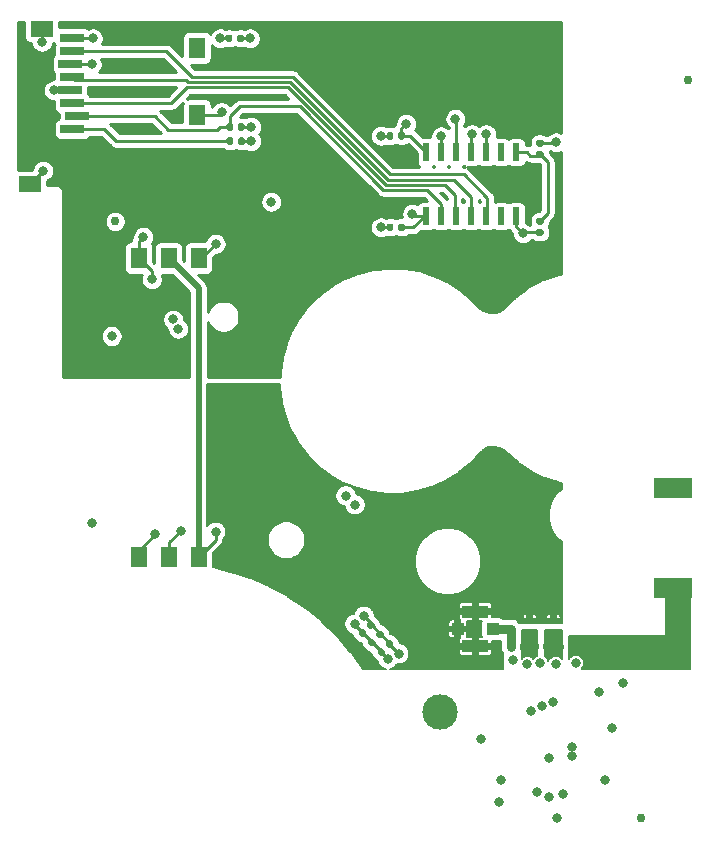
<source format=gbr>
G04 #@! TF.GenerationSoftware,KiCad,Pcbnew,5.1.6+dfsg1-1~bpo10+1*
G04 #@! TF.CreationDate,2021-06-19T16:41:40-04:00*
G04 #@! TF.ProjectId,RUSP_Daughterboard,52555350-5f44-4617-9567-68746572626f,rev?*
G04 #@! TF.SameCoordinates,Original*
G04 #@! TF.FileFunction,Copper,L1,Top*
G04 #@! TF.FilePolarity,Positive*
%FSLAX46Y46*%
G04 Gerber Fmt 4.6, Leading zero omitted, Abs format (unit mm)*
G04 Created by KiCad (PCBNEW 5.1.6+dfsg1-1~bpo10+1) date 2021-06-19 16:41:40*
%MOMM*%
%LPD*%
G01*
G04 APERTURE LIST*
G04 #@! TA.AperFunction,ComponentPad*
%ADD10C,3.000000*%
G04 #@! TD*
G04 #@! TA.AperFunction,SMDPad,CuDef*
%ADD11R,3.200000X1.700000*%
G04 #@! TD*
G04 #@! TA.AperFunction,SMDPad,CuDef*
%ADD12R,2.200000X1.050000*%
G04 #@! TD*
G04 #@! TA.AperFunction,SMDPad,CuDef*
%ADD13R,1.000000X1.000000*%
G04 #@! TD*
G04 #@! TA.AperFunction,SMDPad,CuDef*
%ADD14C,0.750000*%
G04 #@! TD*
G04 #@! TA.AperFunction,SMDPad,CuDef*
%ADD15R,1.400000X1.800000*%
G04 #@! TD*
G04 #@! TA.AperFunction,SMDPad,CuDef*
%ADD16R,2.000000X0.800000*%
G04 #@! TD*
G04 #@! TA.AperFunction,SMDPad,CuDef*
%ADD17R,1.900000X1.400000*%
G04 #@! TD*
G04 #@! TA.AperFunction,SMDPad,CuDef*
%ADD18R,0.600000X1.500000*%
G04 #@! TD*
G04 #@! TA.AperFunction,ViaPad*
%ADD19C,0.800000*%
G04 #@! TD*
G04 #@! TA.AperFunction,Conductor*
%ADD20C,0.250000*%
G04 #@! TD*
G04 #@! TA.AperFunction,Conductor*
%ADD21C,0.500000*%
G04 #@! TD*
G04 #@! TA.AperFunction,Conductor*
%ADD22C,0.750000*%
G04 #@! TD*
G04 #@! TA.AperFunction,Conductor*
%ADD23C,0.200000*%
G04 #@! TD*
G04 #@! TA.AperFunction,NonConductor*
%ADD24C,0.254000*%
G04 #@! TD*
G04 APERTURE END LIST*
D10*
X154000000Y-128000000D03*
D11*
X173700000Y-109050000D03*
X173700000Y-117550000D03*
G04 #@! TA.AperFunction,SMDPad,CuDef*
G36*
G01*
X162277500Y-86170000D02*
X162622500Y-86170000D01*
G75*
G02*
X162770000Y-86317500I0J-147500D01*
G01*
X162770000Y-86612500D01*
G75*
G02*
X162622500Y-86760000I-147500J0D01*
G01*
X162277500Y-86760000D01*
G75*
G02*
X162130000Y-86612500I0J147500D01*
G01*
X162130000Y-86317500D01*
G75*
G02*
X162277500Y-86170000I147500J0D01*
G01*
G37*
G04 #@! TD.AperFunction*
G04 #@! TA.AperFunction,SMDPad,CuDef*
G36*
G01*
X162277500Y-87140000D02*
X162622500Y-87140000D01*
G75*
G02*
X162770000Y-87287500I0J-147500D01*
G01*
X162770000Y-87582500D01*
G75*
G02*
X162622500Y-87730000I-147500J0D01*
G01*
X162277500Y-87730000D01*
G75*
G02*
X162130000Y-87582500I0J147500D01*
G01*
X162130000Y-87287500D01*
G75*
G02*
X162277500Y-87140000I147500J0D01*
G01*
G37*
G04 #@! TD.AperFunction*
G04 #@! TA.AperFunction,SMDPad,CuDef*
G36*
G01*
X162277500Y-80540000D02*
X162622500Y-80540000D01*
G75*
G02*
X162770000Y-80687500I0J-147500D01*
G01*
X162770000Y-80982500D01*
G75*
G02*
X162622500Y-81130000I-147500J0D01*
G01*
X162277500Y-81130000D01*
G75*
G02*
X162130000Y-80982500I0J147500D01*
G01*
X162130000Y-80687500D01*
G75*
G02*
X162277500Y-80540000I147500J0D01*
G01*
G37*
G04 #@! TD.AperFunction*
G04 #@! TA.AperFunction,SMDPad,CuDef*
G36*
G01*
X162277500Y-79570000D02*
X162622500Y-79570000D01*
G75*
G02*
X162770000Y-79717500I0J-147500D01*
G01*
X162770000Y-80012500D01*
G75*
G02*
X162622500Y-80160000I-147500J0D01*
G01*
X162277500Y-80160000D01*
G75*
G02*
X162130000Y-80012500I0J147500D01*
G01*
X162130000Y-79717500D01*
G75*
G02*
X162277500Y-79570000I147500J0D01*
G01*
G37*
G04 #@! TD.AperFunction*
G04 #@! TA.AperFunction,SMDPad,CuDef*
G36*
G01*
X163772500Y-121580000D02*
X163427500Y-121580000D01*
G75*
G02*
X163280000Y-121432500I0J147500D01*
G01*
X163280000Y-121137500D01*
G75*
G02*
X163427500Y-120990000I147500J0D01*
G01*
X163772500Y-120990000D01*
G75*
G02*
X163920000Y-121137500I0J-147500D01*
G01*
X163920000Y-121432500D01*
G75*
G02*
X163772500Y-121580000I-147500J0D01*
G01*
G37*
G04 #@! TD.AperFunction*
G04 #@! TA.AperFunction,SMDPad,CuDef*
G36*
G01*
X163772500Y-120610000D02*
X163427500Y-120610000D01*
G75*
G02*
X163280000Y-120462500I0J147500D01*
G01*
X163280000Y-120167500D01*
G75*
G02*
X163427500Y-120020000I147500J0D01*
G01*
X163772500Y-120020000D01*
G75*
G02*
X163920000Y-120167500I0J-147500D01*
G01*
X163920000Y-120462500D01*
G75*
G02*
X163772500Y-120610000I-147500J0D01*
G01*
G37*
G04 #@! TD.AperFunction*
D12*
X157000000Y-122475000D03*
X157000000Y-119525000D03*
D13*
X155500000Y-121000000D03*
X158500000Y-121000000D03*
G04 #@! TA.AperFunction,SMDPad,CuDef*
G36*
G01*
X161330000Y-122327500D02*
X161330000Y-122672500D01*
G75*
G02*
X161182500Y-122820000I-147500J0D01*
G01*
X160887500Y-122820000D01*
G75*
G02*
X160740000Y-122672500I0J147500D01*
G01*
X160740000Y-122327500D01*
G75*
G02*
X160887500Y-122180000I147500J0D01*
G01*
X161182500Y-122180000D01*
G75*
G02*
X161330000Y-122327500I0J-147500D01*
G01*
G37*
G04 #@! TD.AperFunction*
G04 #@! TA.AperFunction,SMDPad,CuDef*
G36*
G01*
X160360000Y-122327500D02*
X160360000Y-122672500D01*
G75*
G02*
X160212500Y-122820000I-147500J0D01*
G01*
X159917500Y-122820000D01*
G75*
G02*
X159770000Y-122672500I0J147500D01*
G01*
X159770000Y-122327500D01*
G75*
G02*
X159917500Y-122180000I147500J0D01*
G01*
X160212500Y-122180000D01*
G75*
G02*
X160360000Y-122327500I0J-147500D01*
G01*
G37*
G04 #@! TD.AperFunction*
G04 #@! TA.AperFunction,SMDPad,CuDef*
G36*
G01*
X163330000Y-122327500D02*
X163330000Y-122672500D01*
G75*
G02*
X163182500Y-122820000I-147500J0D01*
G01*
X162887500Y-122820000D01*
G75*
G02*
X162740000Y-122672500I0J147500D01*
G01*
X162740000Y-122327500D01*
G75*
G02*
X162887500Y-122180000I147500J0D01*
G01*
X163182500Y-122180000D01*
G75*
G02*
X163330000Y-122327500I0J-147500D01*
G01*
G37*
G04 #@! TD.AperFunction*
G04 #@! TA.AperFunction,SMDPad,CuDef*
G36*
G01*
X162360000Y-122327500D02*
X162360000Y-122672500D01*
G75*
G02*
X162212500Y-122820000I-147500J0D01*
G01*
X161917500Y-122820000D01*
G75*
G02*
X161770000Y-122672500I0J147500D01*
G01*
X161770000Y-122327500D01*
G75*
G02*
X161917500Y-122180000I147500J0D01*
G01*
X162212500Y-122180000D01*
G75*
G02*
X162360000Y-122327500I0J-147500D01*
G01*
G37*
G04 #@! TD.AperFunction*
G04 #@! TA.AperFunction,SMDPad,CuDef*
G36*
G01*
X149123674Y-122642375D02*
X149367625Y-122886327D01*
G75*
G02*
X149367625Y-123094923I-104298J-104298D01*
G01*
X149159029Y-123303519D01*
G75*
G02*
X148950433Y-123303519I-104298J104298D01*
G01*
X148706481Y-123059567D01*
G75*
G02*
X148706481Y-122850971I104298J104298D01*
G01*
X148915077Y-122642375D01*
G75*
G02*
X149123673Y-122642375I104298J-104298D01*
G01*
G37*
G04 #@! TD.AperFunction*
G04 #@! TA.AperFunction,SMDPad,CuDef*
G36*
G01*
X149809568Y-121956481D02*
X150053519Y-122200433D01*
G75*
G02*
X150053519Y-122409029I-104298J-104298D01*
G01*
X149844923Y-122617625D01*
G75*
G02*
X149636327Y-122617625I-104298J104298D01*
G01*
X149392375Y-122373673D01*
G75*
G02*
X149392375Y-122165077I104298J104298D01*
G01*
X149600971Y-121956481D01*
G75*
G02*
X149809567Y-121956481I104298J-104298D01*
G01*
G37*
G04 #@! TD.AperFunction*
G04 #@! TA.AperFunction,SMDPad,CuDef*
G36*
G01*
X148209568Y-120326481D02*
X148453519Y-120570433D01*
G75*
G02*
X148453519Y-120779029I-104298J-104298D01*
G01*
X148244923Y-120987625D01*
G75*
G02*
X148036327Y-120987625I-104298J104298D01*
G01*
X147792375Y-120743673D01*
G75*
G02*
X147792375Y-120535077I104298J104298D01*
G01*
X148000971Y-120326481D01*
G75*
G02*
X148209567Y-120326481I104298J-104298D01*
G01*
G37*
G04 #@! TD.AperFunction*
G04 #@! TA.AperFunction,SMDPad,CuDef*
G36*
G01*
X147523674Y-121012375D02*
X147767625Y-121256327D01*
G75*
G02*
X147767625Y-121464923I-104298J-104298D01*
G01*
X147559029Y-121673519D01*
G75*
G02*
X147350433Y-121673519I-104298J104298D01*
G01*
X147106481Y-121429567D01*
G75*
G02*
X147106481Y-121220971I104298J104298D01*
G01*
X147315077Y-121012375D01*
G75*
G02*
X147523673Y-121012375I104298J-104298D01*
G01*
G37*
G04 #@! TD.AperFunction*
G04 #@! TA.AperFunction,SMDPad,CuDef*
G36*
G01*
X150060000Y-79077500D02*
X150060000Y-79422500D01*
G75*
G02*
X149912500Y-79570000I-147500J0D01*
G01*
X149617500Y-79570000D01*
G75*
G02*
X149470000Y-79422500I0J147500D01*
G01*
X149470000Y-79077500D01*
G75*
G02*
X149617500Y-78930000I147500J0D01*
G01*
X149912500Y-78930000D01*
G75*
G02*
X150060000Y-79077500I0J-147500D01*
G01*
G37*
G04 #@! TD.AperFunction*
G04 #@! TA.AperFunction,SMDPad,CuDef*
G36*
G01*
X151030000Y-79077500D02*
X151030000Y-79422500D01*
G75*
G02*
X150882500Y-79570000I-147500J0D01*
G01*
X150587500Y-79570000D01*
G75*
G02*
X150440000Y-79422500I0J147500D01*
G01*
X150440000Y-79077500D01*
G75*
G02*
X150587500Y-78930000I147500J0D01*
G01*
X150882500Y-78930000D01*
G75*
G02*
X151030000Y-79077500I0J-147500D01*
G01*
G37*
G04 #@! TD.AperFunction*
G04 #@! TA.AperFunction,SMDPad,CuDef*
G36*
G01*
X151030000Y-86827500D02*
X151030000Y-87172500D01*
G75*
G02*
X150882500Y-87320000I-147500J0D01*
G01*
X150587500Y-87320000D01*
G75*
G02*
X150440000Y-87172500I0J147500D01*
G01*
X150440000Y-86827500D01*
G75*
G02*
X150587500Y-86680000I147500J0D01*
G01*
X150882500Y-86680000D01*
G75*
G02*
X151030000Y-86827500I0J-147500D01*
G01*
G37*
G04 #@! TD.AperFunction*
G04 #@! TA.AperFunction,SMDPad,CuDef*
G36*
G01*
X150060000Y-86827500D02*
X150060000Y-87172500D01*
G75*
G02*
X149912500Y-87320000I-147500J0D01*
G01*
X149617500Y-87320000D01*
G75*
G02*
X149470000Y-87172500I0J147500D01*
G01*
X149470000Y-86827500D01*
G75*
G02*
X149617500Y-86680000I147500J0D01*
G01*
X149912500Y-86680000D01*
G75*
G02*
X150060000Y-86827500I0J-147500D01*
G01*
G37*
G04 #@! TD.AperFunction*
G04 #@! TA.AperFunction,SMDPad,CuDef*
G36*
G01*
X149019568Y-121136481D02*
X149263519Y-121380433D01*
G75*
G02*
X149263519Y-121589029I-104298J-104298D01*
G01*
X149054923Y-121797625D01*
G75*
G02*
X148846327Y-121797625I-104298J104298D01*
G01*
X148602375Y-121553673D01*
G75*
G02*
X148602375Y-121345077I104298J104298D01*
G01*
X148810971Y-121136481D01*
G75*
G02*
X149019567Y-121136481I104298J-104298D01*
G01*
G37*
G04 #@! TD.AperFunction*
G04 #@! TA.AperFunction,SMDPad,CuDef*
G36*
G01*
X148333674Y-121822375D02*
X148577625Y-122066327D01*
G75*
G02*
X148577625Y-122274923I-104298J-104298D01*
G01*
X148369029Y-122483519D01*
G75*
G02*
X148160433Y-122483519I-104298J104298D01*
G01*
X147916481Y-122239567D01*
G75*
G02*
X147916481Y-122030971I104298J104298D01*
G01*
X148125077Y-121822375D01*
G75*
G02*
X148333673Y-121822375I104298J-104298D01*
G01*
G37*
G04 #@! TD.AperFunction*
D14*
X126500000Y-86500000D03*
X175000000Y-74500000D03*
X171000000Y-137000000D03*
D15*
X133560000Y-114886500D03*
X131083500Y-114886500D03*
X128480000Y-114886500D03*
X133560000Y-89613500D03*
X131020000Y-89613500D03*
X128480000Y-89613500D03*
D16*
X122875000Y-78690000D03*
X123275000Y-77590000D03*
X122875000Y-76490000D03*
X122675000Y-75390000D03*
X122875000Y-74290000D03*
X122675000Y-73190000D03*
X122875000Y-72090000D03*
X122875000Y-70990000D03*
D15*
X133425000Y-71800000D03*
X133425000Y-77500000D03*
D17*
X120275000Y-70200000D03*
X119275000Y-83350000D03*
G04 #@! TA.AperFunction,SMDPad,CuDef*
G36*
G01*
X137480000Y-78327500D02*
X137480000Y-78672500D01*
G75*
G02*
X137332500Y-78820000I-147500J0D01*
G01*
X137037500Y-78820000D01*
G75*
G02*
X136890000Y-78672500I0J147500D01*
G01*
X136890000Y-78327500D01*
G75*
G02*
X137037500Y-78180000I147500J0D01*
G01*
X137332500Y-78180000D01*
G75*
G02*
X137480000Y-78327500I0J-147500D01*
G01*
G37*
G04 #@! TD.AperFunction*
G04 #@! TA.AperFunction,SMDPad,CuDef*
G36*
G01*
X136510000Y-78327500D02*
X136510000Y-78672500D01*
G75*
G02*
X136362500Y-78820000I-147500J0D01*
G01*
X136067500Y-78820000D01*
G75*
G02*
X135920000Y-78672500I0J147500D01*
G01*
X135920000Y-78327500D01*
G75*
G02*
X136067500Y-78180000I147500J0D01*
G01*
X136362500Y-78180000D01*
G75*
G02*
X136510000Y-78327500I0J-147500D01*
G01*
G37*
G04 #@! TD.AperFunction*
G04 #@! TA.AperFunction,SMDPad,CuDef*
G36*
G01*
X136425000Y-70827500D02*
X136425000Y-71172500D01*
G75*
G02*
X136277500Y-71320000I-147500J0D01*
G01*
X135982500Y-71320000D01*
G75*
G02*
X135835000Y-71172500I0J147500D01*
G01*
X135835000Y-70827500D01*
G75*
G02*
X135982500Y-70680000I147500J0D01*
G01*
X136277500Y-70680000D01*
G75*
G02*
X136425000Y-70827500I0J-147500D01*
G01*
G37*
G04 #@! TD.AperFunction*
G04 #@! TA.AperFunction,SMDPad,CuDef*
G36*
G01*
X137395000Y-70827500D02*
X137395000Y-71172500D01*
G75*
G02*
X137247500Y-71320000I-147500J0D01*
G01*
X136952500Y-71320000D01*
G75*
G02*
X136805000Y-71172500I0J147500D01*
G01*
X136805000Y-70827500D01*
G75*
G02*
X136952500Y-70680000I147500J0D01*
G01*
X137247500Y-70680000D01*
G75*
G02*
X137395000Y-70827500I0J-147500D01*
G01*
G37*
G04 #@! TD.AperFunction*
G04 #@! TA.AperFunction,SMDPad,CuDef*
G36*
G01*
X137480000Y-79527500D02*
X137480000Y-79872500D01*
G75*
G02*
X137332500Y-80020000I-147500J0D01*
G01*
X137037500Y-80020000D01*
G75*
G02*
X136890000Y-79872500I0J147500D01*
G01*
X136890000Y-79527500D01*
G75*
G02*
X137037500Y-79380000I147500J0D01*
G01*
X137332500Y-79380000D01*
G75*
G02*
X137480000Y-79527500I0J-147500D01*
G01*
G37*
G04 #@! TD.AperFunction*
G04 #@! TA.AperFunction,SMDPad,CuDef*
G36*
G01*
X136510000Y-79527500D02*
X136510000Y-79872500D01*
G75*
G02*
X136362500Y-80020000I-147500J0D01*
G01*
X136067500Y-80020000D01*
G75*
G02*
X135920000Y-79872500I0J147500D01*
G01*
X135920000Y-79527500D01*
G75*
G02*
X136067500Y-79380000I147500J0D01*
G01*
X136362500Y-79380000D01*
G75*
G02*
X136510000Y-79527500I0J-147500D01*
G01*
G37*
G04 #@! TD.AperFunction*
D18*
X152840000Y-86050000D03*
X154110000Y-86050000D03*
X155380000Y-86050000D03*
X156650000Y-86050000D03*
X157920000Y-86050000D03*
X159190000Y-86050000D03*
X160460000Y-86050000D03*
X160460000Y-80650000D03*
X159190000Y-80650000D03*
X157920000Y-80650000D03*
X156650000Y-80650000D03*
X155380000Y-80650000D03*
X154110000Y-80650000D03*
X152840000Y-80650000D03*
G04 #@! TA.AperFunction,SMDPad,CuDef*
G36*
G01*
X161772500Y-121580000D02*
X161427500Y-121580000D01*
G75*
G02*
X161280000Y-121432500I0J147500D01*
G01*
X161280000Y-121137500D01*
G75*
G02*
X161427500Y-120990000I147500J0D01*
G01*
X161772500Y-120990000D01*
G75*
G02*
X161920000Y-121137500I0J-147500D01*
G01*
X161920000Y-121432500D01*
G75*
G02*
X161772500Y-121580000I-147500J0D01*
G01*
G37*
G04 #@! TD.AperFunction*
G04 #@! TA.AperFunction,SMDPad,CuDef*
G36*
G01*
X161772500Y-120610000D02*
X161427500Y-120610000D01*
G75*
G02*
X161280000Y-120462500I0J147500D01*
G01*
X161280000Y-120167500D01*
G75*
G02*
X161427500Y-120020000I147500J0D01*
G01*
X161772500Y-120020000D01*
G75*
G02*
X161920000Y-120167500I0J-147500D01*
G01*
X161920000Y-120462500D01*
G75*
G02*
X161772500Y-120610000I-147500J0D01*
G01*
G37*
G04 #@! TD.AperFunction*
G04 #@! TA.AperFunction,SMDPad,CuDef*
G36*
G01*
X164460000Y-122327500D02*
X164460000Y-122672500D01*
G75*
G02*
X164312500Y-122820000I-147500J0D01*
G01*
X164017500Y-122820000D01*
G75*
G02*
X163870000Y-122672500I0J147500D01*
G01*
X163870000Y-122327500D01*
G75*
G02*
X164017500Y-122180000I147500J0D01*
G01*
X164312500Y-122180000D01*
G75*
G02*
X164460000Y-122327500I0J-147500D01*
G01*
G37*
G04 #@! TD.AperFunction*
G04 #@! TA.AperFunction,SMDPad,CuDef*
G36*
G01*
X165430000Y-122327500D02*
X165430000Y-122672500D01*
G75*
G02*
X165282500Y-122820000I-147500J0D01*
G01*
X164987500Y-122820000D01*
G75*
G02*
X164840000Y-122672500I0J147500D01*
G01*
X164840000Y-122327500D01*
G75*
G02*
X164987500Y-122180000I147500J0D01*
G01*
X165282500Y-122180000D01*
G75*
G02*
X165430000Y-122327500I0J-147500D01*
G01*
G37*
G04 #@! TD.AperFunction*
D19*
X120300000Y-71300000D03*
X135000000Y-88400000D03*
X124500000Y-112000000D03*
X146800000Y-120600000D03*
X149582053Y-123517947D03*
X124500000Y-73200000D03*
X161000000Y-87500000D03*
X149000000Y-87000000D03*
X149000000Y-79250000D03*
X168599999Y-129400001D03*
X165500000Y-123900000D03*
X157480000Y-130302000D03*
X159004000Y-135636000D03*
X120396006Y-82200000D03*
X146812000Y-110490000D03*
X146050000Y-109728000D03*
X169500000Y-125600000D03*
X157900000Y-79100000D03*
X162600000Y-127500000D03*
X161400000Y-124000000D03*
X155300000Y-77800000D03*
X160200000Y-123600000D03*
X151130000Y-78232000D03*
X161694805Y-127925000D03*
X139700000Y-84836000D03*
X121300000Y-75400000D03*
X137900000Y-71000000D03*
X138000000Y-78500000D03*
X138000000Y-79700000D03*
X159200000Y-133800000D03*
X168000000Y-133750000D03*
X151638000Y-85852000D03*
X135500000Y-77250000D03*
X163600000Y-127200000D03*
X154100000Y-79300000D03*
X163800000Y-124000000D03*
X164400000Y-134974990D03*
X128887660Y-87812340D03*
X126200000Y-96200000D03*
X129600000Y-91400000D03*
X163200000Y-131900000D03*
X129900000Y-113000000D03*
X163900000Y-137025010D03*
X132029325Y-112674990D03*
X147571375Y-119928625D03*
X150500000Y-123100000D03*
X162200000Y-134800000D03*
X135010743Y-112824979D03*
X163800000Y-79800000D03*
X163200000Y-135200000D03*
X124600000Y-71000000D03*
X135400000Y-71000000D03*
X165201292Y-131775010D03*
X131400000Y-94800000D03*
X165201292Y-131001292D03*
X131826000Y-95600000D03*
X167500000Y-126300000D03*
X156700000Y-79100000D03*
X162500000Y-123900000D03*
D20*
X120275000Y-70200000D02*
X120275000Y-71275000D01*
X120275000Y-71275000D02*
X120300000Y-71300000D01*
X147437053Y-121342947D02*
X148200000Y-122105894D01*
X148200000Y-122105894D02*
X148205894Y-122105894D01*
X148205894Y-122105894D02*
X149000000Y-122900000D01*
X133560000Y-89613500D02*
X133786500Y-89613500D01*
X133786500Y-89613500D02*
X135000000Y-88400000D01*
X147437053Y-121342947D02*
X146800000Y-120705894D01*
X146800000Y-120705894D02*
X146800000Y-120600000D01*
X149037053Y-122972947D02*
X149582053Y-123517947D01*
X122675000Y-73190000D02*
X124490000Y-73190000D01*
X124490000Y-73190000D02*
X124500000Y-73200000D01*
X160460000Y-86050000D02*
X160460000Y-86960000D01*
X160460000Y-86960000D02*
X161000000Y-87500000D01*
X161065000Y-87435000D02*
X161000000Y-87500000D01*
X162450000Y-87435000D02*
X161065000Y-87435000D01*
X149765000Y-87000000D02*
X149000000Y-87000000D01*
X149765000Y-79250000D02*
X149000000Y-79250000D01*
X119275000Y-83350000D02*
X120396006Y-82228994D01*
X120396006Y-82228994D02*
X120396006Y-82200000D01*
X157920000Y-80650000D02*
X157920000Y-79120000D01*
X157920000Y-79120000D02*
X157900000Y-79100000D01*
X155380000Y-80650000D02*
X155380000Y-77880000D01*
X155380000Y-77880000D02*
X155300000Y-77800000D01*
X152735000Y-80665000D02*
X152850000Y-80550000D01*
X150735000Y-79250000D02*
X151500000Y-79250000D01*
X151500000Y-79250000D02*
X152750000Y-80500000D01*
X150735000Y-78627000D02*
X151130000Y-78232000D01*
X150735000Y-79250000D02*
X150735000Y-78627000D01*
X122675000Y-75390000D02*
X121310000Y-75390000D01*
X121310000Y-75390000D02*
X121300000Y-75400000D01*
X137100000Y-71000000D02*
X137900000Y-71000000D01*
X137185000Y-78500000D02*
X138000000Y-78500000D01*
X137185000Y-79700000D02*
X138000000Y-79700000D01*
X150735000Y-87000000D02*
X151750000Y-87000000D01*
X151750000Y-87000000D02*
X152750000Y-86000000D01*
X152840000Y-86050000D02*
X151836000Y-86050000D01*
X151836000Y-86050000D02*
X151638000Y-85852000D01*
X132700011Y-74700011D02*
X132500000Y-74500000D01*
X141325011Y-74700011D02*
X132700011Y-74700011D01*
X149575010Y-82950011D02*
X141325011Y-74700011D01*
X156650000Y-84400000D02*
X155200011Y-82950011D01*
X156650000Y-86050000D02*
X156650000Y-84400000D01*
X132500000Y-74500000D02*
X123000000Y-74500000D01*
X155200011Y-82950011D02*
X149575010Y-82950011D01*
X158000000Y-84500000D02*
X158000000Y-86250000D01*
X141511410Y-74250000D02*
X149761410Y-82500000D01*
X130840000Y-72090000D02*
X133000000Y-74250000D01*
X122875000Y-72090000D02*
X130840000Y-72090000D01*
X156000000Y-82500000D02*
X158000000Y-84500000D01*
X133000000Y-74250000D02*
X141511410Y-74250000D01*
X149761410Y-82500000D02*
X156000000Y-82500000D01*
X135250000Y-77500000D02*
X135500000Y-77250000D01*
X133425000Y-77500000D02*
X135250000Y-77500000D01*
X122875000Y-76490000D02*
X131260000Y-76490000D01*
X131260000Y-76490000D02*
X132599978Y-75150022D01*
X155250000Y-84250000D02*
X155250000Y-86000000D01*
X132599978Y-75150022D02*
X141138612Y-75150022D01*
X141138612Y-75150022D02*
X149388610Y-83400022D01*
X149388610Y-83400022D02*
X154400022Y-83400022D01*
X154400022Y-83400022D02*
X155250000Y-84250000D01*
X135400000Y-78500000D02*
X136215000Y-78500000D01*
X135150000Y-78750000D02*
X135400000Y-78500000D01*
X131000000Y-78750000D02*
X135150000Y-78750000D01*
X123275000Y-77590000D02*
X129840000Y-77590000D01*
X129840000Y-77590000D02*
X131000000Y-78750000D01*
X149202213Y-83850033D02*
X142102180Y-76750000D01*
X136250000Y-77573002D02*
X136250000Y-78500000D01*
X154110000Y-85050000D02*
X152910033Y-83850033D01*
X154110000Y-86050000D02*
X154110000Y-85050000D01*
X152910033Y-83850033D02*
X149202213Y-83850033D01*
X142102180Y-76750000D02*
X137073002Y-76750000D01*
X137073002Y-76750000D02*
X136250000Y-77573002D01*
X154110000Y-80650000D02*
X154110000Y-79310000D01*
X154110000Y-79310000D02*
X154100000Y-79300000D01*
X128480000Y-88220000D02*
X128887660Y-87812340D01*
X128480000Y-89613500D02*
X128480000Y-88220000D01*
X128480000Y-89613500D02*
X129600000Y-90733500D01*
X129600000Y-90733500D02*
X129600000Y-91400000D01*
X128480000Y-114886500D02*
X128480000Y-114420000D01*
X128480000Y-114420000D02*
X129900000Y-113000000D01*
X131083500Y-114886500D02*
X131083500Y-113620815D01*
X131083500Y-113620815D02*
X132029325Y-112674990D01*
X147571375Y-119928625D02*
X148200000Y-120557250D01*
X148200000Y-120557250D02*
X148200000Y-120700000D01*
X148200000Y-120700000D02*
X149700000Y-122200000D01*
X149722947Y-122287053D02*
X149722947Y-122322947D01*
X149722947Y-122322947D02*
X150500000Y-123100000D01*
D21*
X133560000Y-114886500D02*
X133560000Y-92160000D01*
X133560000Y-92160000D02*
X131200000Y-89800000D01*
D20*
X133560000Y-114886500D02*
X135010743Y-113435757D01*
X135010743Y-113435757D02*
X135010743Y-112824979D01*
X162450000Y-79865000D02*
X163735000Y-79865000D01*
X163735000Y-79865000D02*
X163800000Y-79800000D01*
X136215000Y-79700000D02*
X126600000Y-79700000D01*
X125590000Y-78690000D02*
X126600000Y-79700000D01*
X122875000Y-78690000D02*
X125590000Y-78690000D01*
X122875000Y-70990000D02*
X124590000Y-70990000D01*
X124590000Y-70990000D02*
X124600000Y-71000000D01*
X136130000Y-71000000D02*
X135400000Y-71000000D01*
X173700000Y-122500000D02*
X165400000Y-122500000D01*
X173700000Y-117550000D02*
X173700000Y-122500000D01*
X156650000Y-80650000D02*
X156650000Y-79150000D01*
X156650000Y-79150000D02*
X156700000Y-79100000D01*
X160460000Y-80650000D02*
X161350000Y-80650000D01*
X161350000Y-80650000D02*
X161650000Y-80950000D01*
X161650000Y-80950000D02*
X162450000Y-80950000D01*
X163125001Y-85789999D02*
X163125001Y-81425001D01*
X162450000Y-86465000D02*
X163125001Y-85789999D01*
X163125001Y-81425001D02*
X162450000Y-80750000D01*
D22*
X158500000Y-121000000D02*
X160000000Y-121000000D01*
X160000000Y-121000000D02*
X160000000Y-122500000D01*
D23*
G36*
X140441178Y-100538756D02*
G01*
X140441904Y-100550790D01*
X140441537Y-100562837D01*
X140445770Y-100614833D01*
X140596402Y-101798239D01*
X140598712Y-101810063D01*
X140599942Y-101822061D01*
X140611015Y-101873040D01*
X140916836Y-103026129D01*
X140920692Y-103037551D01*
X140923496Y-103049273D01*
X140941199Y-103098297D01*
X140941213Y-103098340D01*
X140941219Y-103098353D01*
X141396852Y-104200852D01*
X141402180Y-104211655D01*
X141406514Y-104222913D01*
X141430565Y-104269205D01*
X142028016Y-105301771D01*
X142034725Y-105311773D01*
X142040510Y-105322359D01*
X142070473Y-105365064D01*
X142799238Y-106309544D01*
X142807212Y-106318572D01*
X142814346Y-106328300D01*
X142849694Y-106366667D01*
X143696970Y-107206464D01*
X143706069Y-107214359D01*
X143714426Y-107223057D01*
X143754537Y-107256412D01*
X144705440Y-107976776D01*
X144715506Y-107983400D01*
X144724937Y-107990914D01*
X144769107Y-108018671D01*
X145806929Y-108606944D01*
X145817785Y-108612179D01*
X145828125Y-108618379D01*
X145875560Y-108640041D01*
X145875578Y-108640050D01*
X145875583Y-108640052D01*
X146982087Y-109085897D01*
X146993538Y-109089650D01*
X147004608Y-109094428D01*
X147054511Y-109109633D01*
X148210264Y-109405221D01*
X148222110Y-109407426D01*
X148233717Y-109410699D01*
X148285192Y-109419170D01*
X149469887Y-109559305D01*
X149481922Y-109559924D01*
X149493858Y-109561633D01*
X149546000Y-109563222D01*
X149546002Y-109563222D01*
X150738823Y-109545442D01*
X150750835Y-109544464D01*
X150762891Y-109544579D01*
X150814787Y-109539258D01*
X151994778Y-109363876D01*
X152006550Y-109361319D01*
X152018521Y-109359838D01*
X152069257Y-109347700D01*
X153215688Y-109017798D01*
X153227023Y-109013705D01*
X153238688Y-109010655D01*
X153287346Y-108991923D01*
X153287372Y-108991914D01*
X153287379Y-108991910D01*
X154380102Y-108513285D01*
X154390796Y-108507729D01*
X154401955Y-108503163D01*
X154447734Y-108478148D01*
X155467560Y-107859205D01*
X155477427Y-107852282D01*
X155487883Y-107846281D01*
X155529951Y-107815431D01*
X156458962Y-107067046D01*
X156467825Y-107058880D01*
X156477397Y-107051548D01*
X156515015Y-107015405D01*
X157313998Y-106174806D01*
X157320019Y-106170053D01*
X157325766Y-106164447D01*
X157577625Y-105915312D01*
X157826068Y-105750944D01*
X158101691Y-105637968D01*
X158394017Y-105580678D01*
X158691904Y-105581258D01*
X158984005Y-105639688D01*
X159259189Y-105753738D01*
X159515449Y-105924719D01*
X159674475Y-106072488D01*
X159688671Y-106083302D01*
X159793344Y-106190919D01*
X159808158Y-106204208D01*
X159822042Y-106218451D01*
X159826549Y-106222444D01*
X160695741Y-106984194D01*
X160724430Y-107006074D01*
X160752928Y-107028283D01*
X160757935Y-107031626D01*
X161722466Y-107668365D01*
X161753876Y-107686158D01*
X161785108Y-107704285D01*
X161790516Y-107706915D01*
X161790522Y-107706918D01*
X161790528Y-107706920D01*
X162832546Y-108206864D01*
X162866045Y-108220216D01*
X162899482Y-108233950D01*
X162905204Y-108235824D01*
X164005438Y-108589726D01*
X164040458Y-108598413D01*
X164075431Y-108607477D01*
X164081354Y-108608557D01*
X164300000Y-108647232D01*
X164300000Y-109140763D01*
X164219151Y-109194785D01*
X163824785Y-109589151D01*
X163514934Y-110052876D01*
X163301505Y-110568140D01*
X163192699Y-111115141D01*
X163192699Y-111672859D01*
X163301505Y-112219860D01*
X163514934Y-112735124D01*
X163824785Y-113198849D01*
X164219151Y-113593215D01*
X164300000Y-113647237D01*
X164300000Y-120500000D01*
X163898592Y-120500000D01*
X163772500Y-120487581D01*
X163427500Y-120487581D01*
X163301408Y-120500000D01*
X161898592Y-120500000D01*
X161772500Y-120487581D01*
X161427500Y-120487581D01*
X161301408Y-120500000D01*
X160721598Y-120500000D01*
X160621712Y-120378288D01*
X160488476Y-120268944D01*
X160336468Y-120187695D01*
X160171530Y-120137661D01*
X160042979Y-120125000D01*
X160000000Y-120120767D01*
X159957021Y-120125000D01*
X159331215Y-120125000D01*
X159279129Y-120082254D01*
X159192267Y-120035825D01*
X159140099Y-120020000D01*
X160978548Y-120020000D01*
X160980000Y-120045000D01*
X161055000Y-120120000D01*
X161400000Y-120120000D01*
X161400000Y-119795000D01*
X161800000Y-119795000D01*
X161800000Y-120120000D01*
X162145000Y-120120000D01*
X162220000Y-120045000D01*
X162221452Y-120020000D01*
X162978548Y-120020000D01*
X162980000Y-120045000D01*
X163055000Y-120120000D01*
X163400000Y-120120000D01*
X163400000Y-119795000D01*
X163800000Y-119795000D01*
X163800000Y-120120000D01*
X164145000Y-120120000D01*
X164220000Y-120045000D01*
X164221452Y-120020000D01*
X164215660Y-119961190D01*
X164198505Y-119904639D01*
X164170648Y-119852522D01*
X164133159Y-119806841D01*
X164087478Y-119769352D01*
X164035361Y-119741495D01*
X163978810Y-119724340D01*
X163920000Y-119718548D01*
X163875000Y-119720000D01*
X163800000Y-119795000D01*
X163400000Y-119795000D01*
X163325000Y-119720000D01*
X163280000Y-119718548D01*
X163221190Y-119724340D01*
X163164639Y-119741495D01*
X163112522Y-119769352D01*
X163066841Y-119806841D01*
X163029352Y-119852522D01*
X163001495Y-119904639D01*
X162984340Y-119961190D01*
X162978548Y-120020000D01*
X162221452Y-120020000D01*
X162215660Y-119961190D01*
X162198505Y-119904639D01*
X162170648Y-119852522D01*
X162133159Y-119806841D01*
X162087478Y-119769352D01*
X162035361Y-119741495D01*
X161978810Y-119724340D01*
X161920000Y-119718548D01*
X161875000Y-119720000D01*
X161800000Y-119795000D01*
X161400000Y-119795000D01*
X161325000Y-119720000D01*
X161280000Y-119718548D01*
X161221190Y-119724340D01*
X161164639Y-119741495D01*
X161112522Y-119769352D01*
X161066841Y-119806841D01*
X161029352Y-119852522D01*
X161001495Y-119904639D01*
X160984340Y-119961190D01*
X160978548Y-120020000D01*
X159140099Y-120020000D01*
X159098017Y-120007235D01*
X159000000Y-119997581D01*
X158401148Y-119997581D01*
X158400000Y-119800000D01*
X158325000Y-119725000D01*
X157200000Y-119725000D01*
X157200000Y-120275000D01*
X157275000Y-120350000D01*
X157522871Y-120350436D01*
X157507235Y-120401983D01*
X157497581Y-120500000D01*
X157497581Y-121500000D01*
X157507235Y-121598017D01*
X157522871Y-121649564D01*
X157275000Y-121650000D01*
X157200000Y-121725000D01*
X157200000Y-122275000D01*
X158325000Y-122275000D01*
X158400000Y-122200000D01*
X158401148Y-122002419D01*
X159000000Y-122002419D01*
X159098017Y-121992765D01*
X159125001Y-121984580D01*
X159125001Y-122542979D01*
X159137662Y-122671530D01*
X159187696Y-122836468D01*
X159268945Y-122988476D01*
X159300000Y-123026317D01*
X159300000Y-124400000D01*
X149760922Y-124400000D01*
X149844573Y-124383361D01*
X150008363Y-124315517D01*
X150155770Y-124217023D01*
X150281129Y-124091664D01*
X150350469Y-123987889D01*
X150411358Y-124000000D01*
X150588642Y-124000000D01*
X150762520Y-123965414D01*
X150926310Y-123897570D01*
X151073717Y-123799076D01*
X151199076Y-123673717D01*
X151297570Y-123526310D01*
X151365414Y-123362520D01*
X151400000Y-123188642D01*
X151400000Y-123011358D01*
X151397741Y-123000000D01*
X155598548Y-123000000D01*
X155604340Y-123058810D01*
X155621495Y-123115361D01*
X155649352Y-123167478D01*
X155686841Y-123213159D01*
X155732522Y-123250648D01*
X155784639Y-123278505D01*
X155841190Y-123295660D01*
X155900000Y-123301452D01*
X156725000Y-123300000D01*
X156800000Y-123225000D01*
X156800000Y-122675000D01*
X157200000Y-122675000D01*
X157200000Y-123225000D01*
X157275000Y-123300000D01*
X158100000Y-123301452D01*
X158158810Y-123295660D01*
X158215361Y-123278505D01*
X158267478Y-123250648D01*
X158313159Y-123213159D01*
X158350648Y-123167478D01*
X158378505Y-123115361D01*
X158395660Y-123058810D01*
X158401452Y-123000000D01*
X158400000Y-122750000D01*
X158325000Y-122675000D01*
X157200000Y-122675000D01*
X156800000Y-122675000D01*
X155675000Y-122675000D01*
X155600000Y-122750000D01*
X155598548Y-123000000D01*
X151397741Y-123000000D01*
X151365414Y-122837480D01*
X151297570Y-122673690D01*
X151199076Y-122526283D01*
X151073717Y-122400924D01*
X150926310Y-122302430D01*
X150762520Y-122234586D01*
X150588829Y-122200037D01*
X150586652Y-122177938D01*
X150549668Y-122056018D01*
X150493001Y-121950000D01*
X155598548Y-121950000D01*
X155600000Y-122200000D01*
X155675000Y-122275000D01*
X156800000Y-122275000D01*
X156800000Y-121725000D01*
X156725000Y-121650000D01*
X156260427Y-121649182D01*
X156278505Y-121615361D01*
X156295660Y-121558810D01*
X156301452Y-121500000D01*
X156300000Y-121275000D01*
X156225000Y-121200000D01*
X155700000Y-121200000D01*
X155700000Y-121725000D01*
X155700572Y-121725572D01*
X155686841Y-121736841D01*
X155649352Y-121782522D01*
X155621495Y-121834639D01*
X155604340Y-121891190D01*
X155598548Y-121950000D01*
X150493001Y-121950000D01*
X150489609Y-121943655D01*
X150408783Y-121845169D01*
X150164831Y-121601217D01*
X150066345Y-121520391D01*
X150028196Y-121500000D01*
X154698548Y-121500000D01*
X154704340Y-121558810D01*
X154721495Y-121615361D01*
X154749352Y-121667478D01*
X154786841Y-121713159D01*
X154832522Y-121750648D01*
X154884639Y-121778505D01*
X154941190Y-121795660D01*
X155000000Y-121801452D01*
X155225000Y-121800000D01*
X155300000Y-121725000D01*
X155300000Y-121200000D01*
X154775000Y-121200000D01*
X154700000Y-121275000D01*
X154698548Y-121500000D01*
X150028196Y-121500000D01*
X149953982Y-121460332D01*
X149832062Y-121423348D01*
X149804518Y-121420635D01*
X149802642Y-121418760D01*
X149796652Y-121357938D01*
X149759668Y-121236018D01*
X149699609Y-121123655D01*
X149618783Y-121025169D01*
X149374831Y-120781217D01*
X149276345Y-120700391D01*
X149163982Y-120640332D01*
X149042062Y-120603348D01*
X148991620Y-120598380D01*
X148986652Y-120547938D01*
X148972111Y-120500000D01*
X154698548Y-120500000D01*
X154700000Y-120725000D01*
X154775000Y-120800000D01*
X155300000Y-120800000D01*
X155300000Y-120275000D01*
X155225000Y-120200000D01*
X155000000Y-120198548D01*
X154941190Y-120204340D01*
X154884639Y-120221495D01*
X154832522Y-120249352D01*
X154786841Y-120286841D01*
X154749352Y-120332522D01*
X154721495Y-120384639D01*
X154704340Y-120441190D01*
X154698548Y-120500000D01*
X148972111Y-120500000D01*
X148949668Y-120426018D01*
X148889609Y-120313655D01*
X148808783Y-120215169D01*
X148643614Y-120050000D01*
X155598548Y-120050000D01*
X155604340Y-120108810D01*
X155621495Y-120165361D01*
X155649352Y-120217478D01*
X155686841Y-120263159D01*
X155700572Y-120274428D01*
X155700000Y-120275000D01*
X155700000Y-120800000D01*
X156225000Y-120800000D01*
X156300000Y-120725000D01*
X156301452Y-120500000D01*
X156295660Y-120441190D01*
X156278505Y-120384639D01*
X156260427Y-120350818D01*
X156725000Y-120350000D01*
X156800000Y-120275000D01*
X156800000Y-119725000D01*
X155675000Y-119725000D01*
X155600000Y-119800000D01*
X155598548Y-120050000D01*
X148643614Y-120050000D01*
X148564831Y-119971217D01*
X148471375Y-119894519D01*
X148471375Y-119839983D01*
X148436789Y-119666105D01*
X148368945Y-119502315D01*
X148270451Y-119354908D01*
X148145092Y-119229549D01*
X147997685Y-119131055D01*
X147833895Y-119063211D01*
X147660017Y-119028625D01*
X147482733Y-119028625D01*
X147308855Y-119063211D01*
X147145065Y-119131055D01*
X146997658Y-119229549D01*
X146872299Y-119354908D01*
X146773805Y-119502315D01*
X146705961Y-119666105D01*
X146698719Y-119702514D01*
X146537480Y-119734586D01*
X146373690Y-119802430D01*
X146226283Y-119900924D01*
X146100924Y-120026283D01*
X146002430Y-120173690D01*
X145934586Y-120337480D01*
X145900000Y-120511358D01*
X145900000Y-120688642D01*
X145934586Y-120862520D01*
X146002430Y-121026310D01*
X146100924Y-121173717D01*
X146226283Y-121299076D01*
X146373690Y-121397570D01*
X146537480Y-121465414D01*
X146579962Y-121473864D01*
X146610332Y-121573982D01*
X146670391Y-121686345D01*
X146751217Y-121784831D01*
X146995169Y-122028783D01*
X147093655Y-122109609D01*
X147206018Y-122169668D01*
X147327938Y-122206652D01*
X147378380Y-122211620D01*
X147383348Y-122262062D01*
X147420332Y-122383982D01*
X147480391Y-122496345D01*
X147561217Y-122594831D01*
X147805169Y-122838783D01*
X147903655Y-122919609D01*
X148016018Y-122979668D01*
X148137938Y-123016652D01*
X148167189Y-123019533D01*
X148173348Y-123082062D01*
X148210332Y-123203982D01*
X148270391Y-123316345D01*
X148351217Y-123414831D01*
X148595169Y-123658783D01*
X148693655Y-123739609D01*
X148710279Y-123748495D01*
X148716639Y-123780467D01*
X148784483Y-123944257D01*
X148882977Y-124091664D01*
X149008336Y-124217023D01*
X149155743Y-124315517D01*
X149319533Y-124383361D01*
X149403184Y-124400000D01*
X147456562Y-124400000D01*
X147439490Y-124374497D01*
X147439464Y-124374457D01*
X147439453Y-124374443D01*
X146440903Y-122969345D01*
X146434712Y-122961421D01*
X146428992Y-122953191D01*
X146408807Y-122928264D01*
X146408785Y-122928236D01*
X146408775Y-122928226D01*
X145286985Y-121619410D01*
X145280104Y-121612082D01*
X145273659Y-121604402D01*
X145251301Y-121581410D01*
X145251274Y-121581381D01*
X145251262Y-121581371D01*
X144015468Y-120379612D01*
X144007959Y-120372945D01*
X144000837Y-120365873D01*
X143976457Y-120344977D01*
X142636818Y-119260159D01*
X142628730Y-119254196D01*
X142621002Y-119247803D01*
X142594867Y-119229229D01*
X142594829Y-119229201D01*
X142594813Y-119229192D01*
X142252451Y-119000000D01*
X155598548Y-119000000D01*
X155600000Y-119250000D01*
X155675000Y-119325000D01*
X156800000Y-119325000D01*
X156800000Y-118775000D01*
X157200000Y-118775000D01*
X157200000Y-119325000D01*
X158325000Y-119325000D01*
X158400000Y-119250000D01*
X158401452Y-119000000D01*
X158395660Y-118941190D01*
X158378505Y-118884639D01*
X158350648Y-118832522D01*
X158313159Y-118786841D01*
X158267478Y-118749352D01*
X158215361Y-118721495D01*
X158158810Y-118704340D01*
X158100000Y-118698548D01*
X157275000Y-118700000D01*
X157200000Y-118775000D01*
X156800000Y-118775000D01*
X156725000Y-118700000D01*
X155900000Y-118698548D01*
X155841190Y-118704340D01*
X155784639Y-118721495D01*
X155732522Y-118749352D01*
X155686841Y-118786841D01*
X155649352Y-118832522D01*
X155621495Y-118884639D01*
X155604340Y-118941190D01*
X155598548Y-119000000D01*
X142252451Y-119000000D01*
X141162383Y-118270263D01*
X141153789Y-118265058D01*
X141145512Y-118259391D01*
X141117803Y-118243264D01*
X141117761Y-118243238D01*
X141117744Y-118243230D01*
X139604300Y-117418073D01*
X139595270Y-117413669D01*
X139586513Y-117408775D01*
X139557412Y-117395204D01*
X137975392Y-116710603D01*
X137966006Y-116707038D01*
X137956836Y-116702955D01*
X137926625Y-116692078D01*
X136289070Y-116153677D01*
X136279387Y-116150973D01*
X136269897Y-116147743D01*
X136238824Y-116139648D01*
X134761235Y-115798520D01*
X134762419Y-115786500D01*
X134762419Y-114567964D01*
X135430979Y-113899405D01*
X135454823Y-113879837D01*
X135474395Y-113855989D01*
X135532925Y-113784670D01*
X135590961Y-113676093D01*
X135603710Y-113634066D01*
X135626700Y-113558278D01*
X135635054Y-113473461D01*
X135709819Y-113398696D01*
X135747425Y-113342414D01*
X139400000Y-113342414D01*
X139400000Y-113657586D01*
X139461487Y-113966703D01*
X139582098Y-114257884D01*
X139757199Y-114519941D01*
X139980059Y-114742801D01*
X140242116Y-114917902D01*
X140533297Y-115038513D01*
X140842414Y-115100000D01*
X141157586Y-115100000D01*
X141466703Y-115038513D01*
X141506228Y-115022141D01*
X151846699Y-115022141D01*
X151846699Y-115579859D01*
X151955505Y-116126860D01*
X152168934Y-116642124D01*
X152478785Y-117105849D01*
X152873151Y-117500215D01*
X153336876Y-117810066D01*
X153852140Y-118023495D01*
X154399141Y-118132301D01*
X154956859Y-118132301D01*
X155503860Y-118023495D01*
X156019124Y-117810066D01*
X156482849Y-117500215D01*
X156877215Y-117105849D01*
X157187066Y-116642124D01*
X157400495Y-116126860D01*
X157509301Y-115579859D01*
X157509301Y-115022141D01*
X157400495Y-114475140D01*
X157187066Y-113959876D01*
X156877215Y-113496151D01*
X156482849Y-113101785D01*
X156019124Y-112791934D01*
X155503860Y-112578505D01*
X154956859Y-112469699D01*
X154399141Y-112469699D01*
X153852140Y-112578505D01*
X153336876Y-112791934D01*
X152873151Y-113101785D01*
X152478785Y-113496151D01*
X152168934Y-113959876D01*
X151955505Y-114475140D01*
X151846699Y-115022141D01*
X141506228Y-115022141D01*
X141757884Y-114917902D01*
X142019941Y-114742801D01*
X142242801Y-114519941D01*
X142417902Y-114257884D01*
X142538513Y-113966703D01*
X142600000Y-113657586D01*
X142600000Y-113342414D01*
X142538513Y-113033297D01*
X142417902Y-112742116D01*
X142242801Y-112480059D01*
X142019941Y-112257199D01*
X141757884Y-112082098D01*
X141466703Y-111961487D01*
X141157586Y-111900000D01*
X140842414Y-111900000D01*
X140533297Y-111961487D01*
X140242116Y-112082098D01*
X139980059Y-112257199D01*
X139757199Y-112480059D01*
X139582098Y-112742116D01*
X139461487Y-113033297D01*
X139400000Y-113342414D01*
X135747425Y-113342414D01*
X135808313Y-113251289D01*
X135876157Y-113087499D01*
X135910743Y-112913621D01*
X135910743Y-112736337D01*
X135876157Y-112562459D01*
X135808313Y-112398669D01*
X135709819Y-112251262D01*
X135584460Y-112125903D01*
X135437053Y-112027409D01*
X135273263Y-111959565D01*
X135099385Y-111924979D01*
X134922101Y-111924979D01*
X134748223Y-111959565D01*
X134584433Y-112027409D01*
X134437026Y-112125903D01*
X134311667Y-112251262D01*
X134310000Y-112253757D01*
X134310000Y-109639358D01*
X145150000Y-109639358D01*
X145150000Y-109816642D01*
X145184586Y-109990520D01*
X145252430Y-110154310D01*
X145350924Y-110301717D01*
X145476283Y-110427076D01*
X145623690Y-110525570D01*
X145787480Y-110593414D01*
X145920189Y-110619811D01*
X145946586Y-110752520D01*
X146014430Y-110916310D01*
X146112924Y-111063717D01*
X146238283Y-111189076D01*
X146385690Y-111287570D01*
X146549480Y-111355414D01*
X146723358Y-111390000D01*
X146900642Y-111390000D01*
X147074520Y-111355414D01*
X147238310Y-111287570D01*
X147385717Y-111189076D01*
X147511076Y-111063717D01*
X147609570Y-110916310D01*
X147677414Y-110752520D01*
X147712000Y-110578642D01*
X147712000Y-110401358D01*
X147677414Y-110227480D01*
X147609570Y-110063690D01*
X147511076Y-109916283D01*
X147385717Y-109790924D01*
X147238310Y-109692430D01*
X147074520Y-109624586D01*
X146941811Y-109598189D01*
X146915414Y-109465480D01*
X146847570Y-109301690D01*
X146749076Y-109154283D01*
X146623717Y-109028924D01*
X146476310Y-108930430D01*
X146312520Y-108862586D01*
X146138642Y-108828000D01*
X145961358Y-108828000D01*
X145787480Y-108862586D01*
X145623690Y-108930430D01*
X145476283Y-109028924D01*
X145350924Y-109154283D01*
X145252430Y-109301690D01*
X145184586Y-109465480D01*
X145150000Y-109639358D01*
X134310000Y-109639358D01*
X134310000Y-100300000D01*
X140442620Y-100300000D01*
X140441178Y-100538756D01*
G37*
X140441178Y-100538756D02*
X140441904Y-100550790D01*
X140441537Y-100562837D01*
X140445770Y-100614833D01*
X140596402Y-101798239D01*
X140598712Y-101810063D01*
X140599942Y-101822061D01*
X140611015Y-101873040D01*
X140916836Y-103026129D01*
X140920692Y-103037551D01*
X140923496Y-103049273D01*
X140941199Y-103098297D01*
X140941213Y-103098340D01*
X140941219Y-103098353D01*
X141396852Y-104200852D01*
X141402180Y-104211655D01*
X141406514Y-104222913D01*
X141430565Y-104269205D01*
X142028016Y-105301771D01*
X142034725Y-105311773D01*
X142040510Y-105322359D01*
X142070473Y-105365064D01*
X142799238Y-106309544D01*
X142807212Y-106318572D01*
X142814346Y-106328300D01*
X142849694Y-106366667D01*
X143696970Y-107206464D01*
X143706069Y-107214359D01*
X143714426Y-107223057D01*
X143754537Y-107256412D01*
X144705440Y-107976776D01*
X144715506Y-107983400D01*
X144724937Y-107990914D01*
X144769107Y-108018671D01*
X145806929Y-108606944D01*
X145817785Y-108612179D01*
X145828125Y-108618379D01*
X145875560Y-108640041D01*
X145875578Y-108640050D01*
X145875583Y-108640052D01*
X146982087Y-109085897D01*
X146993538Y-109089650D01*
X147004608Y-109094428D01*
X147054511Y-109109633D01*
X148210264Y-109405221D01*
X148222110Y-109407426D01*
X148233717Y-109410699D01*
X148285192Y-109419170D01*
X149469887Y-109559305D01*
X149481922Y-109559924D01*
X149493858Y-109561633D01*
X149546000Y-109563222D01*
X149546002Y-109563222D01*
X150738823Y-109545442D01*
X150750835Y-109544464D01*
X150762891Y-109544579D01*
X150814787Y-109539258D01*
X151994778Y-109363876D01*
X152006550Y-109361319D01*
X152018521Y-109359838D01*
X152069257Y-109347700D01*
X153215688Y-109017798D01*
X153227023Y-109013705D01*
X153238688Y-109010655D01*
X153287346Y-108991923D01*
X153287372Y-108991914D01*
X153287379Y-108991910D01*
X154380102Y-108513285D01*
X154390796Y-108507729D01*
X154401955Y-108503163D01*
X154447734Y-108478148D01*
X155467560Y-107859205D01*
X155477427Y-107852282D01*
X155487883Y-107846281D01*
X155529951Y-107815431D01*
X156458962Y-107067046D01*
X156467825Y-107058880D01*
X156477397Y-107051548D01*
X156515015Y-107015405D01*
X157313998Y-106174806D01*
X157320019Y-106170053D01*
X157325766Y-106164447D01*
X157577625Y-105915312D01*
X157826068Y-105750944D01*
X158101691Y-105637968D01*
X158394017Y-105580678D01*
X158691904Y-105581258D01*
X158984005Y-105639688D01*
X159259189Y-105753738D01*
X159515449Y-105924719D01*
X159674475Y-106072488D01*
X159688671Y-106083302D01*
X159793344Y-106190919D01*
X159808158Y-106204208D01*
X159822042Y-106218451D01*
X159826549Y-106222444D01*
X160695741Y-106984194D01*
X160724430Y-107006074D01*
X160752928Y-107028283D01*
X160757935Y-107031626D01*
X161722466Y-107668365D01*
X161753876Y-107686158D01*
X161785108Y-107704285D01*
X161790516Y-107706915D01*
X161790522Y-107706918D01*
X161790528Y-107706920D01*
X162832546Y-108206864D01*
X162866045Y-108220216D01*
X162899482Y-108233950D01*
X162905204Y-108235824D01*
X164005438Y-108589726D01*
X164040458Y-108598413D01*
X164075431Y-108607477D01*
X164081354Y-108608557D01*
X164300000Y-108647232D01*
X164300000Y-109140763D01*
X164219151Y-109194785D01*
X163824785Y-109589151D01*
X163514934Y-110052876D01*
X163301505Y-110568140D01*
X163192699Y-111115141D01*
X163192699Y-111672859D01*
X163301505Y-112219860D01*
X163514934Y-112735124D01*
X163824785Y-113198849D01*
X164219151Y-113593215D01*
X164300000Y-113647237D01*
X164300000Y-120500000D01*
X163898592Y-120500000D01*
X163772500Y-120487581D01*
X163427500Y-120487581D01*
X163301408Y-120500000D01*
X161898592Y-120500000D01*
X161772500Y-120487581D01*
X161427500Y-120487581D01*
X161301408Y-120500000D01*
X160721598Y-120500000D01*
X160621712Y-120378288D01*
X160488476Y-120268944D01*
X160336468Y-120187695D01*
X160171530Y-120137661D01*
X160042979Y-120125000D01*
X160000000Y-120120767D01*
X159957021Y-120125000D01*
X159331215Y-120125000D01*
X159279129Y-120082254D01*
X159192267Y-120035825D01*
X159140099Y-120020000D01*
X160978548Y-120020000D01*
X160980000Y-120045000D01*
X161055000Y-120120000D01*
X161400000Y-120120000D01*
X161400000Y-119795000D01*
X161800000Y-119795000D01*
X161800000Y-120120000D01*
X162145000Y-120120000D01*
X162220000Y-120045000D01*
X162221452Y-120020000D01*
X162978548Y-120020000D01*
X162980000Y-120045000D01*
X163055000Y-120120000D01*
X163400000Y-120120000D01*
X163400000Y-119795000D01*
X163800000Y-119795000D01*
X163800000Y-120120000D01*
X164145000Y-120120000D01*
X164220000Y-120045000D01*
X164221452Y-120020000D01*
X164215660Y-119961190D01*
X164198505Y-119904639D01*
X164170648Y-119852522D01*
X164133159Y-119806841D01*
X164087478Y-119769352D01*
X164035361Y-119741495D01*
X163978810Y-119724340D01*
X163920000Y-119718548D01*
X163875000Y-119720000D01*
X163800000Y-119795000D01*
X163400000Y-119795000D01*
X163325000Y-119720000D01*
X163280000Y-119718548D01*
X163221190Y-119724340D01*
X163164639Y-119741495D01*
X163112522Y-119769352D01*
X163066841Y-119806841D01*
X163029352Y-119852522D01*
X163001495Y-119904639D01*
X162984340Y-119961190D01*
X162978548Y-120020000D01*
X162221452Y-120020000D01*
X162215660Y-119961190D01*
X162198505Y-119904639D01*
X162170648Y-119852522D01*
X162133159Y-119806841D01*
X162087478Y-119769352D01*
X162035361Y-119741495D01*
X161978810Y-119724340D01*
X161920000Y-119718548D01*
X161875000Y-119720000D01*
X161800000Y-119795000D01*
X161400000Y-119795000D01*
X161325000Y-119720000D01*
X161280000Y-119718548D01*
X161221190Y-119724340D01*
X161164639Y-119741495D01*
X161112522Y-119769352D01*
X161066841Y-119806841D01*
X161029352Y-119852522D01*
X161001495Y-119904639D01*
X160984340Y-119961190D01*
X160978548Y-120020000D01*
X159140099Y-120020000D01*
X159098017Y-120007235D01*
X159000000Y-119997581D01*
X158401148Y-119997581D01*
X158400000Y-119800000D01*
X158325000Y-119725000D01*
X157200000Y-119725000D01*
X157200000Y-120275000D01*
X157275000Y-120350000D01*
X157522871Y-120350436D01*
X157507235Y-120401983D01*
X157497581Y-120500000D01*
X157497581Y-121500000D01*
X157507235Y-121598017D01*
X157522871Y-121649564D01*
X157275000Y-121650000D01*
X157200000Y-121725000D01*
X157200000Y-122275000D01*
X158325000Y-122275000D01*
X158400000Y-122200000D01*
X158401148Y-122002419D01*
X159000000Y-122002419D01*
X159098017Y-121992765D01*
X159125001Y-121984580D01*
X159125001Y-122542979D01*
X159137662Y-122671530D01*
X159187696Y-122836468D01*
X159268945Y-122988476D01*
X159300000Y-123026317D01*
X159300000Y-124400000D01*
X149760922Y-124400000D01*
X149844573Y-124383361D01*
X150008363Y-124315517D01*
X150155770Y-124217023D01*
X150281129Y-124091664D01*
X150350469Y-123987889D01*
X150411358Y-124000000D01*
X150588642Y-124000000D01*
X150762520Y-123965414D01*
X150926310Y-123897570D01*
X151073717Y-123799076D01*
X151199076Y-123673717D01*
X151297570Y-123526310D01*
X151365414Y-123362520D01*
X151400000Y-123188642D01*
X151400000Y-123011358D01*
X151397741Y-123000000D01*
X155598548Y-123000000D01*
X155604340Y-123058810D01*
X155621495Y-123115361D01*
X155649352Y-123167478D01*
X155686841Y-123213159D01*
X155732522Y-123250648D01*
X155784639Y-123278505D01*
X155841190Y-123295660D01*
X155900000Y-123301452D01*
X156725000Y-123300000D01*
X156800000Y-123225000D01*
X156800000Y-122675000D01*
X157200000Y-122675000D01*
X157200000Y-123225000D01*
X157275000Y-123300000D01*
X158100000Y-123301452D01*
X158158810Y-123295660D01*
X158215361Y-123278505D01*
X158267478Y-123250648D01*
X158313159Y-123213159D01*
X158350648Y-123167478D01*
X158378505Y-123115361D01*
X158395660Y-123058810D01*
X158401452Y-123000000D01*
X158400000Y-122750000D01*
X158325000Y-122675000D01*
X157200000Y-122675000D01*
X156800000Y-122675000D01*
X155675000Y-122675000D01*
X155600000Y-122750000D01*
X155598548Y-123000000D01*
X151397741Y-123000000D01*
X151365414Y-122837480D01*
X151297570Y-122673690D01*
X151199076Y-122526283D01*
X151073717Y-122400924D01*
X150926310Y-122302430D01*
X150762520Y-122234586D01*
X150588829Y-122200037D01*
X150586652Y-122177938D01*
X150549668Y-122056018D01*
X150493001Y-121950000D01*
X155598548Y-121950000D01*
X155600000Y-122200000D01*
X155675000Y-122275000D01*
X156800000Y-122275000D01*
X156800000Y-121725000D01*
X156725000Y-121650000D01*
X156260427Y-121649182D01*
X156278505Y-121615361D01*
X156295660Y-121558810D01*
X156301452Y-121500000D01*
X156300000Y-121275000D01*
X156225000Y-121200000D01*
X155700000Y-121200000D01*
X155700000Y-121725000D01*
X155700572Y-121725572D01*
X155686841Y-121736841D01*
X155649352Y-121782522D01*
X155621495Y-121834639D01*
X155604340Y-121891190D01*
X155598548Y-121950000D01*
X150493001Y-121950000D01*
X150489609Y-121943655D01*
X150408783Y-121845169D01*
X150164831Y-121601217D01*
X150066345Y-121520391D01*
X150028196Y-121500000D01*
X154698548Y-121500000D01*
X154704340Y-121558810D01*
X154721495Y-121615361D01*
X154749352Y-121667478D01*
X154786841Y-121713159D01*
X154832522Y-121750648D01*
X154884639Y-121778505D01*
X154941190Y-121795660D01*
X155000000Y-121801452D01*
X155225000Y-121800000D01*
X155300000Y-121725000D01*
X155300000Y-121200000D01*
X154775000Y-121200000D01*
X154700000Y-121275000D01*
X154698548Y-121500000D01*
X150028196Y-121500000D01*
X149953982Y-121460332D01*
X149832062Y-121423348D01*
X149804518Y-121420635D01*
X149802642Y-121418760D01*
X149796652Y-121357938D01*
X149759668Y-121236018D01*
X149699609Y-121123655D01*
X149618783Y-121025169D01*
X149374831Y-120781217D01*
X149276345Y-120700391D01*
X149163982Y-120640332D01*
X149042062Y-120603348D01*
X148991620Y-120598380D01*
X148986652Y-120547938D01*
X148972111Y-120500000D01*
X154698548Y-120500000D01*
X154700000Y-120725000D01*
X154775000Y-120800000D01*
X155300000Y-120800000D01*
X155300000Y-120275000D01*
X155225000Y-120200000D01*
X155000000Y-120198548D01*
X154941190Y-120204340D01*
X154884639Y-120221495D01*
X154832522Y-120249352D01*
X154786841Y-120286841D01*
X154749352Y-120332522D01*
X154721495Y-120384639D01*
X154704340Y-120441190D01*
X154698548Y-120500000D01*
X148972111Y-120500000D01*
X148949668Y-120426018D01*
X148889609Y-120313655D01*
X148808783Y-120215169D01*
X148643614Y-120050000D01*
X155598548Y-120050000D01*
X155604340Y-120108810D01*
X155621495Y-120165361D01*
X155649352Y-120217478D01*
X155686841Y-120263159D01*
X155700572Y-120274428D01*
X155700000Y-120275000D01*
X155700000Y-120800000D01*
X156225000Y-120800000D01*
X156300000Y-120725000D01*
X156301452Y-120500000D01*
X156295660Y-120441190D01*
X156278505Y-120384639D01*
X156260427Y-120350818D01*
X156725000Y-120350000D01*
X156800000Y-120275000D01*
X156800000Y-119725000D01*
X155675000Y-119725000D01*
X155600000Y-119800000D01*
X155598548Y-120050000D01*
X148643614Y-120050000D01*
X148564831Y-119971217D01*
X148471375Y-119894519D01*
X148471375Y-119839983D01*
X148436789Y-119666105D01*
X148368945Y-119502315D01*
X148270451Y-119354908D01*
X148145092Y-119229549D01*
X147997685Y-119131055D01*
X147833895Y-119063211D01*
X147660017Y-119028625D01*
X147482733Y-119028625D01*
X147308855Y-119063211D01*
X147145065Y-119131055D01*
X146997658Y-119229549D01*
X146872299Y-119354908D01*
X146773805Y-119502315D01*
X146705961Y-119666105D01*
X146698719Y-119702514D01*
X146537480Y-119734586D01*
X146373690Y-119802430D01*
X146226283Y-119900924D01*
X146100924Y-120026283D01*
X146002430Y-120173690D01*
X145934586Y-120337480D01*
X145900000Y-120511358D01*
X145900000Y-120688642D01*
X145934586Y-120862520D01*
X146002430Y-121026310D01*
X146100924Y-121173717D01*
X146226283Y-121299076D01*
X146373690Y-121397570D01*
X146537480Y-121465414D01*
X146579962Y-121473864D01*
X146610332Y-121573982D01*
X146670391Y-121686345D01*
X146751217Y-121784831D01*
X146995169Y-122028783D01*
X147093655Y-122109609D01*
X147206018Y-122169668D01*
X147327938Y-122206652D01*
X147378380Y-122211620D01*
X147383348Y-122262062D01*
X147420332Y-122383982D01*
X147480391Y-122496345D01*
X147561217Y-122594831D01*
X147805169Y-122838783D01*
X147903655Y-122919609D01*
X148016018Y-122979668D01*
X148137938Y-123016652D01*
X148167189Y-123019533D01*
X148173348Y-123082062D01*
X148210332Y-123203982D01*
X148270391Y-123316345D01*
X148351217Y-123414831D01*
X148595169Y-123658783D01*
X148693655Y-123739609D01*
X148710279Y-123748495D01*
X148716639Y-123780467D01*
X148784483Y-123944257D01*
X148882977Y-124091664D01*
X149008336Y-124217023D01*
X149155743Y-124315517D01*
X149319533Y-124383361D01*
X149403184Y-124400000D01*
X147456562Y-124400000D01*
X147439490Y-124374497D01*
X147439464Y-124374457D01*
X147439453Y-124374443D01*
X146440903Y-122969345D01*
X146434712Y-122961421D01*
X146428992Y-122953191D01*
X146408807Y-122928264D01*
X146408785Y-122928236D01*
X146408775Y-122928226D01*
X145286985Y-121619410D01*
X145280104Y-121612082D01*
X145273659Y-121604402D01*
X145251301Y-121581410D01*
X145251274Y-121581381D01*
X145251262Y-121581371D01*
X144015468Y-120379612D01*
X144007959Y-120372945D01*
X144000837Y-120365873D01*
X143976457Y-120344977D01*
X142636818Y-119260159D01*
X142628730Y-119254196D01*
X142621002Y-119247803D01*
X142594867Y-119229229D01*
X142594829Y-119229201D01*
X142594813Y-119229192D01*
X142252451Y-119000000D01*
X155598548Y-119000000D01*
X155600000Y-119250000D01*
X155675000Y-119325000D01*
X156800000Y-119325000D01*
X156800000Y-118775000D01*
X157200000Y-118775000D01*
X157200000Y-119325000D01*
X158325000Y-119325000D01*
X158400000Y-119250000D01*
X158401452Y-119000000D01*
X158395660Y-118941190D01*
X158378505Y-118884639D01*
X158350648Y-118832522D01*
X158313159Y-118786841D01*
X158267478Y-118749352D01*
X158215361Y-118721495D01*
X158158810Y-118704340D01*
X158100000Y-118698548D01*
X157275000Y-118700000D01*
X157200000Y-118775000D01*
X156800000Y-118775000D01*
X156725000Y-118700000D01*
X155900000Y-118698548D01*
X155841190Y-118704340D01*
X155784639Y-118721495D01*
X155732522Y-118749352D01*
X155686841Y-118786841D01*
X155649352Y-118832522D01*
X155621495Y-118884639D01*
X155604340Y-118941190D01*
X155598548Y-119000000D01*
X142252451Y-119000000D01*
X141162383Y-118270263D01*
X141153789Y-118265058D01*
X141145512Y-118259391D01*
X141117803Y-118243264D01*
X141117761Y-118243238D01*
X141117744Y-118243230D01*
X139604300Y-117418073D01*
X139595270Y-117413669D01*
X139586513Y-117408775D01*
X139557412Y-117395204D01*
X137975392Y-116710603D01*
X137966006Y-116707038D01*
X137956836Y-116702955D01*
X137926625Y-116692078D01*
X136289070Y-116153677D01*
X136279387Y-116150973D01*
X136269897Y-116147743D01*
X136238824Y-116139648D01*
X134761235Y-115798520D01*
X134762419Y-115786500D01*
X134762419Y-114567964D01*
X135430979Y-113899405D01*
X135454823Y-113879837D01*
X135474395Y-113855989D01*
X135532925Y-113784670D01*
X135590961Y-113676093D01*
X135603710Y-113634066D01*
X135626700Y-113558278D01*
X135635054Y-113473461D01*
X135709819Y-113398696D01*
X135747425Y-113342414D01*
X139400000Y-113342414D01*
X139400000Y-113657586D01*
X139461487Y-113966703D01*
X139582098Y-114257884D01*
X139757199Y-114519941D01*
X139980059Y-114742801D01*
X140242116Y-114917902D01*
X140533297Y-115038513D01*
X140842414Y-115100000D01*
X141157586Y-115100000D01*
X141466703Y-115038513D01*
X141506228Y-115022141D01*
X151846699Y-115022141D01*
X151846699Y-115579859D01*
X151955505Y-116126860D01*
X152168934Y-116642124D01*
X152478785Y-117105849D01*
X152873151Y-117500215D01*
X153336876Y-117810066D01*
X153852140Y-118023495D01*
X154399141Y-118132301D01*
X154956859Y-118132301D01*
X155503860Y-118023495D01*
X156019124Y-117810066D01*
X156482849Y-117500215D01*
X156877215Y-117105849D01*
X157187066Y-116642124D01*
X157400495Y-116126860D01*
X157509301Y-115579859D01*
X157509301Y-115022141D01*
X157400495Y-114475140D01*
X157187066Y-113959876D01*
X156877215Y-113496151D01*
X156482849Y-113101785D01*
X156019124Y-112791934D01*
X155503860Y-112578505D01*
X154956859Y-112469699D01*
X154399141Y-112469699D01*
X153852140Y-112578505D01*
X153336876Y-112791934D01*
X152873151Y-113101785D01*
X152478785Y-113496151D01*
X152168934Y-113959876D01*
X151955505Y-114475140D01*
X151846699Y-115022141D01*
X141506228Y-115022141D01*
X141757884Y-114917902D01*
X142019941Y-114742801D01*
X142242801Y-114519941D01*
X142417902Y-114257884D01*
X142538513Y-113966703D01*
X142600000Y-113657586D01*
X142600000Y-113342414D01*
X142538513Y-113033297D01*
X142417902Y-112742116D01*
X142242801Y-112480059D01*
X142019941Y-112257199D01*
X141757884Y-112082098D01*
X141466703Y-111961487D01*
X141157586Y-111900000D01*
X140842414Y-111900000D01*
X140533297Y-111961487D01*
X140242116Y-112082098D01*
X139980059Y-112257199D01*
X139757199Y-112480059D01*
X139582098Y-112742116D01*
X139461487Y-113033297D01*
X139400000Y-113342414D01*
X135747425Y-113342414D01*
X135808313Y-113251289D01*
X135876157Y-113087499D01*
X135910743Y-112913621D01*
X135910743Y-112736337D01*
X135876157Y-112562459D01*
X135808313Y-112398669D01*
X135709819Y-112251262D01*
X135584460Y-112125903D01*
X135437053Y-112027409D01*
X135273263Y-111959565D01*
X135099385Y-111924979D01*
X134922101Y-111924979D01*
X134748223Y-111959565D01*
X134584433Y-112027409D01*
X134437026Y-112125903D01*
X134311667Y-112251262D01*
X134310000Y-112253757D01*
X134310000Y-109639358D01*
X145150000Y-109639358D01*
X145150000Y-109816642D01*
X145184586Y-109990520D01*
X145252430Y-110154310D01*
X145350924Y-110301717D01*
X145476283Y-110427076D01*
X145623690Y-110525570D01*
X145787480Y-110593414D01*
X145920189Y-110619811D01*
X145946586Y-110752520D01*
X146014430Y-110916310D01*
X146112924Y-111063717D01*
X146238283Y-111189076D01*
X146385690Y-111287570D01*
X146549480Y-111355414D01*
X146723358Y-111390000D01*
X146900642Y-111390000D01*
X147074520Y-111355414D01*
X147238310Y-111287570D01*
X147385717Y-111189076D01*
X147511076Y-111063717D01*
X147609570Y-110916310D01*
X147677414Y-110752520D01*
X147712000Y-110578642D01*
X147712000Y-110401358D01*
X147677414Y-110227480D01*
X147609570Y-110063690D01*
X147511076Y-109916283D01*
X147385717Y-109790924D01*
X147238310Y-109692430D01*
X147074520Y-109624586D01*
X146941811Y-109598189D01*
X146915414Y-109465480D01*
X146847570Y-109301690D01*
X146749076Y-109154283D01*
X146623717Y-109028924D01*
X146476310Y-108930430D01*
X146312520Y-108862586D01*
X146138642Y-108828000D01*
X145961358Y-108828000D01*
X145787480Y-108862586D01*
X145623690Y-108930430D01*
X145476283Y-109028924D01*
X145350924Y-109154283D01*
X145252430Y-109301690D01*
X145184586Y-109465480D01*
X145150000Y-109639358D01*
X134310000Y-109639358D01*
X134310000Y-100300000D01*
X140442620Y-100300000D01*
X140441178Y-100538756D01*
G36*
X175200000Y-124400000D02*
G01*
X165989950Y-124400000D01*
X166043726Y-124346224D01*
X166120332Y-124231574D01*
X166173099Y-124104182D01*
X166200000Y-123968944D01*
X166200000Y-123831056D01*
X166173099Y-123695818D01*
X166120332Y-123568426D01*
X166043726Y-123453776D01*
X165946224Y-123356274D01*
X165831574Y-123279668D01*
X165704182Y-123226901D01*
X165568944Y-123200000D01*
X165431056Y-123200000D01*
X165295818Y-123226901D01*
X165168426Y-123279668D01*
X165053776Y-123356274D01*
X164956274Y-123453776D01*
X164900000Y-123537997D01*
X164900000Y-121600000D01*
X173000000Y-121600000D01*
X173019509Y-121598079D01*
X173038268Y-121592388D01*
X173055557Y-121583147D01*
X173070711Y-121570711D01*
X173083147Y-121555557D01*
X173092388Y-121538268D01*
X173098079Y-121519509D01*
X173100000Y-121500000D01*
X173100000Y-118100000D01*
X175200000Y-118100000D01*
X175200000Y-124400000D01*
G37*
X175200000Y-124400000D02*
X165989950Y-124400000D01*
X166043726Y-124346224D01*
X166120332Y-124231574D01*
X166173099Y-124104182D01*
X166200000Y-123968944D01*
X166200000Y-123831056D01*
X166173099Y-123695818D01*
X166120332Y-123568426D01*
X166043726Y-123453776D01*
X165946224Y-123356274D01*
X165831574Y-123279668D01*
X165704182Y-123226901D01*
X165568944Y-123200000D01*
X165431056Y-123200000D01*
X165295818Y-123226901D01*
X165168426Y-123279668D01*
X165053776Y-123356274D01*
X164956274Y-123453776D01*
X164900000Y-123537997D01*
X164900000Y-121600000D01*
X173000000Y-121600000D01*
X173019509Y-121598079D01*
X173038268Y-121592388D01*
X173055557Y-121583147D01*
X173070711Y-121570711D01*
X173083147Y-121555557D01*
X173092388Y-121538268D01*
X173098079Y-121519509D01*
X173100000Y-121500000D01*
X173100000Y-118100000D01*
X175200000Y-118100000D01*
X175200000Y-124400000D01*
G36*
X164300000Y-123510050D02*
G01*
X164246224Y-123456274D01*
X164131574Y-123379668D01*
X164004182Y-123326901D01*
X163868944Y-123300000D01*
X163731056Y-123300000D01*
X163595818Y-123326901D01*
X163468426Y-123379668D01*
X163353776Y-123456274D01*
X163256274Y-123553776D01*
X163179668Y-123668426D01*
X163170710Y-123690052D01*
X163120332Y-123568426D01*
X163043726Y-123453776D01*
X162946224Y-123356274D01*
X162900000Y-123325388D01*
X162900000Y-121100000D01*
X164300000Y-121100000D01*
X164300000Y-123510050D01*
G37*
X164300000Y-123510050D02*
X164246224Y-123456274D01*
X164131574Y-123379668D01*
X164004182Y-123326901D01*
X163868944Y-123300000D01*
X163731056Y-123300000D01*
X163595818Y-123326901D01*
X163468426Y-123379668D01*
X163353776Y-123456274D01*
X163256274Y-123553776D01*
X163179668Y-123668426D01*
X163170710Y-123690052D01*
X163120332Y-123568426D01*
X163043726Y-123453776D01*
X162946224Y-123356274D01*
X162900000Y-123325388D01*
X162900000Y-121100000D01*
X164300000Y-121100000D01*
X164300000Y-123510050D01*
G36*
X162200000Y-123266590D02*
G01*
X162168426Y-123279668D01*
X162053776Y-123356274D01*
X161956274Y-123453776D01*
X161911194Y-123521244D01*
X161846224Y-123456274D01*
X161731574Y-123379668D01*
X161604182Y-123326901D01*
X161468944Y-123300000D01*
X161331056Y-123300000D01*
X161195818Y-123326901D01*
X161068426Y-123379668D01*
X160953776Y-123456274D01*
X160900000Y-123510050D01*
X160900000Y-121100000D01*
X162200000Y-121100000D01*
X162200000Y-123266590D01*
G37*
X162200000Y-123266590D02*
X162168426Y-123279668D01*
X162053776Y-123356274D01*
X161956274Y-123453776D01*
X161911194Y-123521244D01*
X161846224Y-123456274D01*
X161731574Y-123379668D01*
X161604182Y-123326901D01*
X161468944Y-123300000D01*
X161331056Y-123300000D01*
X161195818Y-123326901D01*
X161068426Y-123379668D01*
X160953776Y-123456274D01*
X160900000Y-123510050D01*
X160900000Y-121100000D01*
X162200000Y-121100000D01*
X162200000Y-123266590D01*
D24*
G36*
X118795451Y-70900000D02*
G01*
X118805626Y-71003310D01*
X118835761Y-71102650D01*
X118884696Y-71194202D01*
X118950552Y-71274448D01*
X119030798Y-71340304D01*
X119122350Y-71389239D01*
X119221690Y-71419374D01*
X119325000Y-71429549D01*
X119380608Y-71429549D01*
X119408624Y-71570396D01*
X119478504Y-71739099D01*
X119579952Y-71890928D01*
X119709072Y-72020048D01*
X119860901Y-72121496D01*
X120029604Y-72191376D01*
X120208699Y-72227000D01*
X120391301Y-72227000D01*
X120570396Y-72191376D01*
X120739099Y-72121496D01*
X120890928Y-72020048D01*
X121020048Y-71890928D01*
X121121496Y-71739099D01*
X121191376Y-71570396D01*
X121219392Y-71429549D01*
X121225000Y-71429549D01*
X121328310Y-71419374D01*
X121347763Y-71413473D01*
X121355626Y-71493310D01*
X121369790Y-71540000D01*
X121355626Y-71586690D01*
X121345451Y-71690000D01*
X121345451Y-72378704D01*
X121300552Y-72415552D01*
X121234696Y-72495798D01*
X121185761Y-72587350D01*
X121155626Y-72686690D01*
X121145451Y-72790000D01*
X121145451Y-73590000D01*
X121155626Y-73693310D01*
X121185761Y-73792650D01*
X121234696Y-73884202D01*
X121300552Y-73964448D01*
X121345451Y-74001296D01*
X121345451Y-74473000D01*
X121208699Y-74473000D01*
X121029604Y-74508624D01*
X120860901Y-74578504D01*
X120709072Y-74679952D01*
X120579952Y-74809072D01*
X120478504Y-74960901D01*
X120408624Y-75129604D01*
X120373000Y-75308699D01*
X120373000Y-75491301D01*
X120408624Y-75670396D01*
X120478504Y-75839099D01*
X120579952Y-75990928D01*
X120709072Y-76120048D01*
X120860901Y-76221496D01*
X121029604Y-76291376D01*
X121208699Y-76327000D01*
X121345451Y-76327000D01*
X121345451Y-76890000D01*
X121355626Y-76993310D01*
X121385761Y-77092650D01*
X121434696Y-77184202D01*
X121500552Y-77264448D01*
X121580798Y-77330304D01*
X121672350Y-77379239D01*
X121745451Y-77401414D01*
X121745451Y-77778586D01*
X121672350Y-77800761D01*
X121580798Y-77849696D01*
X121500552Y-77915552D01*
X121434696Y-77995798D01*
X121385761Y-78087350D01*
X121355626Y-78186690D01*
X121345451Y-78290000D01*
X121345451Y-79090000D01*
X121355626Y-79193310D01*
X121385761Y-79292650D01*
X121434696Y-79384202D01*
X121500552Y-79464448D01*
X121580798Y-79530304D01*
X121672350Y-79579239D01*
X121771690Y-79609374D01*
X121875000Y-79619549D01*
X123875000Y-79619549D01*
X123978310Y-79609374D01*
X124077650Y-79579239D01*
X124169202Y-79530304D01*
X124249448Y-79464448D01*
X124315304Y-79384202D01*
X124337861Y-79342000D01*
X125319934Y-79342000D01*
X126116320Y-80138387D01*
X126136736Y-80163264D01*
X126236016Y-80244741D01*
X126349283Y-80305283D01*
X126472185Y-80342565D01*
X126600000Y-80355154D01*
X126632022Y-80352000D01*
X135589673Y-80352000D01*
X135691352Y-80435446D01*
X135808405Y-80498012D01*
X135935414Y-80536540D01*
X136067500Y-80549549D01*
X136362500Y-80549549D01*
X136494586Y-80536540D01*
X136621595Y-80498012D01*
X136700000Y-80456104D01*
X136778405Y-80498012D01*
X136905414Y-80536540D01*
X137037500Y-80549549D01*
X137332500Y-80549549D01*
X137464586Y-80536540D01*
X137546313Y-80511748D01*
X137560901Y-80521496D01*
X137729604Y-80591376D01*
X137908699Y-80627000D01*
X138091301Y-80627000D01*
X138270396Y-80591376D01*
X138439099Y-80521496D01*
X138590928Y-80420048D01*
X138720048Y-80290928D01*
X138821496Y-80139099D01*
X138891376Y-79970396D01*
X138927000Y-79791301D01*
X138927000Y-79608699D01*
X138891376Y-79429604D01*
X138821496Y-79260901D01*
X138720048Y-79109072D01*
X138710976Y-79100000D01*
X138720048Y-79090928D01*
X138821496Y-78939099D01*
X138891376Y-78770396D01*
X138927000Y-78591301D01*
X138927000Y-78408699D01*
X138891376Y-78229604D01*
X138821496Y-78060901D01*
X138720048Y-77909072D01*
X138590928Y-77779952D01*
X138439099Y-77678504D01*
X138270396Y-77608624D01*
X138091301Y-77573000D01*
X137908699Y-77573000D01*
X137729604Y-77608624D01*
X137560901Y-77678504D01*
X137546313Y-77688252D01*
X137464586Y-77663460D01*
X137332500Y-77650451D01*
X137094617Y-77650451D01*
X137343069Y-77402000D01*
X141832114Y-77402000D01*
X148718533Y-84288420D01*
X148738949Y-84313297D01*
X148838229Y-84394774D01*
X148951496Y-84455316D01*
X148993241Y-84467979D01*
X149074398Y-84492598D01*
X149202213Y-84505187D01*
X149234235Y-84502033D01*
X152639967Y-84502033D01*
X152908385Y-84770451D01*
X152540000Y-84770451D01*
X152436690Y-84780626D01*
X152337350Y-84810761D01*
X152245798Y-84859696D01*
X152165552Y-84925552D01*
X152099696Y-85005798D01*
X152084019Y-85035128D01*
X152077099Y-85030504D01*
X151908396Y-84960624D01*
X151729301Y-84925000D01*
X151546699Y-84925000D01*
X151367604Y-84960624D01*
X151198901Y-85030504D01*
X151047072Y-85131952D01*
X150917952Y-85261072D01*
X150816504Y-85412901D01*
X150746624Y-85581604D01*
X150711000Y-85760699D01*
X150711000Y-85943301D01*
X150746624Y-86122396D01*
X150758245Y-86150451D01*
X150587500Y-86150451D01*
X150455414Y-86163460D01*
X150328405Y-86201988D01*
X150250000Y-86243896D01*
X150171595Y-86201988D01*
X150044586Y-86163460D01*
X149912500Y-86150451D01*
X149617500Y-86150451D01*
X149485414Y-86163460D01*
X149437713Y-86177930D01*
X149270396Y-86108624D01*
X149091301Y-86073000D01*
X148908699Y-86073000D01*
X148729604Y-86108624D01*
X148560901Y-86178504D01*
X148409072Y-86279952D01*
X148279952Y-86409072D01*
X148178504Y-86560901D01*
X148108624Y-86729604D01*
X148073000Y-86908699D01*
X148073000Y-87091301D01*
X148108624Y-87270396D01*
X148178504Y-87439099D01*
X148279952Y-87590928D01*
X148409072Y-87720048D01*
X148560901Y-87821496D01*
X148729604Y-87891376D01*
X148908699Y-87927000D01*
X149091301Y-87927000D01*
X149270396Y-87891376D01*
X149437713Y-87822070D01*
X149485414Y-87836540D01*
X149617500Y-87849549D01*
X149912500Y-87849549D01*
X150044586Y-87836540D01*
X150171595Y-87798012D01*
X150250000Y-87756104D01*
X150328405Y-87798012D01*
X150455414Y-87836540D01*
X150587500Y-87849549D01*
X150882500Y-87849549D01*
X151014586Y-87836540D01*
X151141595Y-87798012D01*
X151258648Y-87735446D01*
X151360327Y-87652000D01*
X151717978Y-87652000D01*
X151750000Y-87655154D01*
X151782022Y-87652000D01*
X151877814Y-87642565D01*
X152000717Y-87605283D01*
X152113984Y-87544741D01*
X152213264Y-87463264D01*
X152233685Y-87438382D01*
X152372242Y-87299824D01*
X152436690Y-87319374D01*
X152540000Y-87329549D01*
X153140000Y-87329549D01*
X153243310Y-87319374D01*
X153342650Y-87289239D01*
X153434202Y-87240304D01*
X153475000Y-87206822D01*
X153515798Y-87240304D01*
X153607350Y-87289239D01*
X153706690Y-87319374D01*
X153810000Y-87329549D01*
X154410000Y-87329549D01*
X154513310Y-87319374D01*
X154612650Y-87289239D01*
X154704202Y-87240304D01*
X154745000Y-87206822D01*
X154785798Y-87240304D01*
X154877350Y-87289239D01*
X154976690Y-87319374D01*
X155080000Y-87329549D01*
X155680000Y-87329549D01*
X155783310Y-87319374D01*
X155882650Y-87289239D01*
X155974202Y-87240304D01*
X156015000Y-87206822D01*
X156055798Y-87240304D01*
X156147350Y-87289239D01*
X156246690Y-87319374D01*
X156350000Y-87329549D01*
X156950000Y-87329549D01*
X157053310Y-87319374D01*
X157152650Y-87289239D01*
X157244202Y-87240304D01*
X157285000Y-87206822D01*
X157325798Y-87240304D01*
X157417350Y-87289239D01*
X157516690Y-87319374D01*
X157620000Y-87329549D01*
X158220000Y-87329549D01*
X158323310Y-87319374D01*
X158422650Y-87289239D01*
X158514202Y-87240304D01*
X158555000Y-87206822D01*
X158595798Y-87240304D01*
X158687350Y-87289239D01*
X158786690Y-87319374D01*
X158890000Y-87329549D01*
X159490000Y-87329549D01*
X159593310Y-87319374D01*
X159692650Y-87289239D01*
X159784202Y-87240304D01*
X159825000Y-87206822D01*
X159865798Y-87240304D01*
X159872426Y-87243847D01*
X159915260Y-87323984D01*
X159996737Y-87423264D01*
X160021614Y-87443680D01*
X160073000Y-87495066D01*
X160073000Y-87591301D01*
X160108624Y-87770396D01*
X160178504Y-87939099D01*
X160279952Y-88090928D01*
X160409072Y-88220048D01*
X160560901Y-88321496D01*
X160729604Y-88391376D01*
X160908699Y-88427000D01*
X161091301Y-88427000D01*
X161270396Y-88391376D01*
X161439099Y-88321496D01*
X161590928Y-88220048D01*
X161720048Y-88090928D01*
X161722673Y-88087000D01*
X161830135Y-88087000D01*
X161901352Y-88145446D01*
X162018405Y-88208012D01*
X162145414Y-88246540D01*
X162277500Y-88259549D01*
X162622500Y-88259549D01*
X162754586Y-88246540D01*
X162881595Y-88208012D01*
X162998648Y-88145446D01*
X163101246Y-88061246D01*
X163185446Y-87958648D01*
X163248012Y-87841595D01*
X163286540Y-87714586D01*
X163299549Y-87582500D01*
X163299549Y-87287500D01*
X163286540Y-87155414D01*
X163248012Y-87028405D01*
X163206104Y-86950000D01*
X163248012Y-86871595D01*
X163286540Y-86744586D01*
X163299549Y-86612500D01*
X163299549Y-86537518D01*
X163563389Y-86273678D01*
X163588265Y-86253263D01*
X163669742Y-86153983D01*
X163730284Y-86040716D01*
X163748925Y-85979264D01*
X163767566Y-85917814D01*
X163780155Y-85789999D01*
X163777001Y-85757977D01*
X163777001Y-81457023D01*
X163780155Y-81425001D01*
X163767566Y-81297186D01*
X163738302Y-81200715D01*
X163730284Y-81174284D01*
X163669742Y-81061017D01*
X163588265Y-80961737D01*
X163563387Y-80941321D01*
X163298455Y-80676388D01*
X163288269Y-80572965D01*
X163360901Y-80621496D01*
X163529604Y-80691376D01*
X163708699Y-80727000D01*
X163891301Y-80727000D01*
X164070396Y-80691376D01*
X164239099Y-80621496D01*
X164273000Y-80598844D01*
X164273000Y-90930036D01*
X163656854Y-91069670D01*
X163620653Y-91080510D01*
X163584318Y-91090976D01*
X163578405Y-91093160D01*
X162496334Y-91499217D01*
X162461891Y-91514891D01*
X162427362Y-91530170D01*
X162421799Y-91533136D01*
X161404849Y-92082289D01*
X161372912Y-92102455D01*
X161340714Y-92122316D01*
X161335606Y-92126010D01*
X160402593Y-92808099D01*
X160373687Y-92832413D01*
X160344484Y-92856460D01*
X160339924Y-92860813D01*
X159513273Y-93658240D01*
X159259668Y-93891511D01*
X159009880Y-94044032D01*
X158735222Y-94145134D01*
X158446163Y-94190961D01*
X158153700Y-94179769D01*
X157868985Y-94111986D01*
X157602857Y-93990191D01*
X157364529Y-93818358D01*
X157133667Y-93572720D01*
X157131208Y-93570569D01*
X157125878Y-93564586D01*
X156608628Y-93034462D01*
X156604876Y-93031095D01*
X156601538Y-93027316D01*
X156561043Y-92990666D01*
X155641139Y-92231114D01*
X155630895Y-92223740D01*
X155621364Y-92215471D01*
X155576378Y-92184499D01*
X154564100Y-91553283D01*
X154552970Y-91547329D01*
X154542430Y-91540393D01*
X154493781Y-91515662D01*
X154493743Y-91515642D01*
X154493730Y-91515637D01*
X153406875Y-91023851D01*
X153395051Y-91019419D01*
X153383691Y-91013941D01*
X153332158Y-90995847D01*
X152189794Y-90652121D01*
X152177490Y-90649293D01*
X152165503Y-90645364D01*
X152112075Y-90634254D01*
X152112029Y-90634244D01*
X152112014Y-90634243D01*
X150934242Y-90444623D01*
X150921679Y-90443447D01*
X150909269Y-90441137D01*
X150854799Y-90437188D01*
X150854795Y-90437188D01*
X149662275Y-90405002D01*
X149649661Y-90405498D01*
X149637061Y-90404850D01*
X149582543Y-90408140D01*
X148396242Y-90533955D01*
X148383805Y-90536115D01*
X148371230Y-90537139D01*
X148317626Y-90547611D01*
X147158386Y-90829216D01*
X147146348Y-90833001D01*
X147134013Y-90835680D01*
X147082295Y-90853140D01*
X147082266Y-90853149D01*
X147082258Y-90853153D01*
X145970452Y-91285598D01*
X145959015Y-91290944D01*
X145947149Y-91295229D01*
X145898187Y-91319379D01*
X145898167Y-91319388D01*
X145898162Y-91319391D01*
X144853314Y-91895084D01*
X144842681Y-91901898D01*
X144831491Y-91907712D01*
X144786133Y-91938137D01*
X143826599Y-92646963D01*
X143816969Y-92655116D01*
X143806636Y-92662366D01*
X143765701Y-92698523D01*
X142908342Y-93528026D01*
X142899870Y-93537387D01*
X142890592Y-93545935D01*
X142854798Y-93587189D01*
X142114679Y-94522797D01*
X142107522Y-94533193D01*
X142099453Y-94542896D01*
X142069445Y-94588498D01*
X142069430Y-94588520D01*
X142069427Y-94588527D01*
X141459552Y-95613796D01*
X141453831Y-95625050D01*
X141447119Y-95635731D01*
X141423412Y-95684888D01*
X141423393Y-95684926D01*
X141423388Y-95684939D01*
X140954471Y-96781854D01*
X140950289Y-96793764D01*
X140945048Y-96805241D01*
X140928038Y-96857142D01*
X140608311Y-98006453D01*
X140605740Y-98018817D01*
X140602064Y-98030882D01*
X140592067Y-98084576D01*
X140427153Y-99266076D01*
X140426241Y-99278662D01*
X140424191Y-99291116D01*
X140421384Y-99345661D01*
X140419407Y-99673000D01*
X134337000Y-99673000D01*
X134337000Y-95015484D01*
X134424718Y-95227254D01*
X134575414Y-95452787D01*
X134767213Y-95644586D01*
X134992746Y-95795282D01*
X135243344Y-95899083D01*
X135509377Y-95952000D01*
X135780623Y-95952000D01*
X136046656Y-95899083D01*
X136297254Y-95795282D01*
X136522787Y-95644586D01*
X136714586Y-95452787D01*
X136865282Y-95227254D01*
X136969083Y-94976656D01*
X137022000Y-94710623D01*
X137022000Y-94439377D01*
X136969083Y-94173344D01*
X136865282Y-93922746D01*
X136714586Y-93697213D01*
X136522787Y-93505414D01*
X136297254Y-93354718D01*
X136046656Y-93250917D01*
X135780623Y-93198000D01*
X135509377Y-93198000D01*
X135243344Y-93250917D01*
X134992746Y-93354718D01*
X134767213Y-93505414D01*
X134575414Y-93697213D01*
X134424718Y-93922746D01*
X134337000Y-94134516D01*
X134337000Y-92198163D01*
X134340759Y-92159999D01*
X134337000Y-92121834D01*
X134325757Y-92007681D01*
X134281327Y-91861216D01*
X134265139Y-91830931D01*
X134209177Y-91726233D01*
X134136409Y-91637565D01*
X134136408Y-91637564D01*
X134112080Y-91607920D01*
X134082436Y-91583592D01*
X133541893Y-91043049D01*
X134260000Y-91043049D01*
X134363310Y-91032874D01*
X134462650Y-91002739D01*
X134554202Y-90953804D01*
X134634448Y-90887948D01*
X134700304Y-90807702D01*
X134749239Y-90716150D01*
X134779374Y-90616810D01*
X134789549Y-90513500D01*
X134789549Y-89532517D01*
X134995067Y-89327000D01*
X135091301Y-89327000D01*
X135270396Y-89291376D01*
X135439099Y-89221496D01*
X135590928Y-89120048D01*
X135720048Y-88990928D01*
X135821496Y-88839099D01*
X135891376Y-88670396D01*
X135927000Y-88491301D01*
X135927000Y-88308699D01*
X135891376Y-88129604D01*
X135821496Y-87960901D01*
X135720048Y-87809072D01*
X135590928Y-87679952D01*
X135439099Y-87578504D01*
X135270396Y-87508624D01*
X135091301Y-87473000D01*
X134908699Y-87473000D01*
X134729604Y-87508624D01*
X134560901Y-87578504D01*
X134409072Y-87679952D01*
X134279952Y-87809072D01*
X134178504Y-87960901D01*
X134108624Y-88129604D01*
X134097814Y-88183951D01*
X132860000Y-88183951D01*
X132756690Y-88194126D01*
X132657350Y-88224261D01*
X132565798Y-88273196D01*
X132485552Y-88339052D01*
X132419696Y-88419298D01*
X132370761Y-88510850D01*
X132340626Y-88610190D01*
X132330451Y-88713500D01*
X132330451Y-89831608D01*
X132249549Y-89750706D01*
X132249549Y-88713500D01*
X132239374Y-88610190D01*
X132209239Y-88510850D01*
X132160304Y-88419298D01*
X132094448Y-88339052D01*
X132014202Y-88273196D01*
X131922650Y-88224261D01*
X131823310Y-88194126D01*
X131720000Y-88183951D01*
X130320000Y-88183951D01*
X130216690Y-88194126D01*
X130117350Y-88224261D01*
X130025798Y-88273196D01*
X129945552Y-88339052D01*
X129879696Y-88419298D01*
X129830761Y-88510850D01*
X129800626Y-88610190D01*
X129790451Y-88713500D01*
X129790451Y-90001884D01*
X129709549Y-89920982D01*
X129709549Y-88713500D01*
X129699374Y-88610190D01*
X129669239Y-88510850D01*
X129620304Y-88419298D01*
X129607401Y-88403575D01*
X129607708Y-88403268D01*
X129709156Y-88251439D01*
X129779036Y-88082736D01*
X129814660Y-87903641D01*
X129814660Y-87721039D01*
X129779036Y-87541944D01*
X129709156Y-87373241D01*
X129607708Y-87221412D01*
X129478588Y-87092292D01*
X129326759Y-86990844D01*
X129158056Y-86920964D01*
X128978961Y-86885340D01*
X128796359Y-86885340D01*
X128617264Y-86920964D01*
X128448561Y-86990844D01*
X128296732Y-87092292D01*
X128167612Y-87221412D01*
X128066164Y-87373241D01*
X127996284Y-87541944D01*
X127960660Y-87721039D01*
X127960660Y-87825066D01*
X127935260Y-87856016D01*
X127916360Y-87891376D01*
X127874717Y-87969284D01*
X127837435Y-88092186D01*
X127828397Y-88183951D01*
X127780000Y-88183951D01*
X127676690Y-88194126D01*
X127577350Y-88224261D01*
X127485798Y-88273196D01*
X127405552Y-88339052D01*
X127339696Y-88419298D01*
X127290761Y-88510850D01*
X127260626Y-88610190D01*
X127250451Y-88713500D01*
X127250451Y-90513500D01*
X127260626Y-90616810D01*
X127290761Y-90716150D01*
X127339696Y-90807702D01*
X127405552Y-90887948D01*
X127485798Y-90953804D01*
X127577350Y-91002739D01*
X127676690Y-91032874D01*
X127780000Y-91043049D01*
X128744477Y-91043049D01*
X128708624Y-91129604D01*
X128673000Y-91308699D01*
X128673000Y-91491301D01*
X128708624Y-91670396D01*
X128778504Y-91839099D01*
X128879952Y-91990928D01*
X129009072Y-92120048D01*
X129160901Y-92221496D01*
X129329604Y-92291376D01*
X129508699Y-92327000D01*
X129691301Y-92327000D01*
X129870396Y-92291376D01*
X130039099Y-92221496D01*
X130190928Y-92120048D01*
X130320048Y-91990928D01*
X130421496Y-91839099D01*
X130491376Y-91670396D01*
X130527000Y-91491301D01*
X130527000Y-91308699D01*
X130491376Y-91129604D01*
X130455523Y-91043049D01*
X131344206Y-91043049D01*
X132783001Y-92481845D01*
X132783001Y-99673000D01*
X122102000Y-99673000D01*
X122102000Y-96108699D01*
X125273000Y-96108699D01*
X125273000Y-96291301D01*
X125308624Y-96470396D01*
X125378504Y-96639099D01*
X125479952Y-96790928D01*
X125609072Y-96920048D01*
X125760901Y-97021496D01*
X125929604Y-97091376D01*
X126108699Y-97127000D01*
X126291301Y-97127000D01*
X126470396Y-97091376D01*
X126639099Y-97021496D01*
X126790928Y-96920048D01*
X126920048Y-96790928D01*
X127021496Y-96639099D01*
X127091376Y-96470396D01*
X127127000Y-96291301D01*
X127127000Y-96108699D01*
X127091376Y-95929604D01*
X127021496Y-95760901D01*
X126920048Y-95609072D01*
X126790928Y-95479952D01*
X126639099Y-95378504D01*
X126470396Y-95308624D01*
X126291301Y-95273000D01*
X126108699Y-95273000D01*
X125929604Y-95308624D01*
X125760901Y-95378504D01*
X125609072Y-95479952D01*
X125479952Y-95609072D01*
X125378504Y-95760901D01*
X125308624Y-95929604D01*
X125273000Y-96108699D01*
X122102000Y-96108699D01*
X122102000Y-94708699D01*
X130473000Y-94708699D01*
X130473000Y-94891301D01*
X130508624Y-95070396D01*
X130578504Y-95239099D01*
X130679952Y-95390928D01*
X130809072Y-95520048D01*
X130899000Y-95580135D01*
X130899000Y-95691301D01*
X130934624Y-95870396D01*
X131004504Y-96039099D01*
X131105952Y-96190928D01*
X131235072Y-96320048D01*
X131386901Y-96421496D01*
X131555604Y-96491376D01*
X131734699Y-96527000D01*
X131917301Y-96527000D01*
X132096396Y-96491376D01*
X132265099Y-96421496D01*
X132416928Y-96320048D01*
X132546048Y-96190928D01*
X132647496Y-96039099D01*
X132717376Y-95870396D01*
X132753000Y-95691301D01*
X132753000Y-95508699D01*
X132717376Y-95329604D01*
X132647496Y-95160901D01*
X132546048Y-95009072D01*
X132416928Y-94879952D01*
X132327000Y-94819865D01*
X132327000Y-94708699D01*
X132291376Y-94529604D01*
X132221496Y-94360901D01*
X132120048Y-94209072D01*
X131990928Y-94079952D01*
X131839099Y-93978504D01*
X131670396Y-93908624D01*
X131491301Y-93873000D01*
X131308699Y-93873000D01*
X131129604Y-93908624D01*
X130960901Y-93978504D01*
X130809072Y-94079952D01*
X130679952Y-94209072D01*
X130578504Y-94360901D01*
X130508624Y-94529604D01*
X130473000Y-94708699D01*
X122102000Y-94708699D01*
X122102000Y-86411161D01*
X125598000Y-86411161D01*
X125598000Y-86588839D01*
X125632664Y-86763104D01*
X125700658Y-86927257D01*
X125799371Y-87074991D01*
X125925009Y-87200629D01*
X126072743Y-87299342D01*
X126236896Y-87367336D01*
X126411161Y-87402000D01*
X126588839Y-87402000D01*
X126763104Y-87367336D01*
X126927257Y-87299342D01*
X127074991Y-87200629D01*
X127200629Y-87074991D01*
X127299342Y-86927257D01*
X127367336Y-86763104D01*
X127402000Y-86588839D01*
X127402000Y-86411161D01*
X127367336Y-86236896D01*
X127299342Y-86072743D01*
X127200629Y-85925009D01*
X127074991Y-85799371D01*
X126927257Y-85700658D01*
X126763104Y-85632664D01*
X126588839Y-85598000D01*
X126411161Y-85598000D01*
X126236896Y-85632664D01*
X126072743Y-85700658D01*
X125925009Y-85799371D01*
X125799371Y-85925009D01*
X125700658Y-86072743D01*
X125632664Y-86236896D01*
X125598000Y-86411161D01*
X122102000Y-86411161D01*
X122102000Y-84744699D01*
X138773000Y-84744699D01*
X138773000Y-84927301D01*
X138808624Y-85106396D01*
X138878504Y-85275099D01*
X138979952Y-85426928D01*
X139109072Y-85556048D01*
X139260901Y-85657496D01*
X139429604Y-85727376D01*
X139608699Y-85763000D01*
X139791301Y-85763000D01*
X139970396Y-85727376D01*
X140139099Y-85657496D01*
X140290928Y-85556048D01*
X140420048Y-85426928D01*
X140521496Y-85275099D01*
X140591376Y-85106396D01*
X140627000Y-84927301D01*
X140627000Y-84744699D01*
X140591376Y-84565604D01*
X140521496Y-84396901D01*
X140420048Y-84245072D01*
X140290928Y-84115952D01*
X140139099Y-84014504D01*
X139970396Y-83944624D01*
X139791301Y-83909000D01*
X139608699Y-83909000D01*
X139429604Y-83944624D01*
X139260901Y-84014504D01*
X139109072Y-84115952D01*
X138979952Y-84245072D01*
X138878504Y-84396901D01*
X138808624Y-84565604D01*
X138773000Y-84744699D01*
X122102000Y-84744699D01*
X122102000Y-84029565D01*
X122104912Y-84000000D01*
X122093289Y-83881988D01*
X122058866Y-83768510D01*
X122002966Y-83663929D01*
X121927737Y-83572263D01*
X121836071Y-83497034D01*
X121731490Y-83441134D01*
X121618012Y-83406711D01*
X121529566Y-83398000D01*
X121500000Y-83395088D01*
X121470434Y-83398000D01*
X120754549Y-83398000D01*
X120754549Y-83054864D01*
X120835105Y-83021496D01*
X120986934Y-82920048D01*
X121116054Y-82790928D01*
X121217502Y-82639099D01*
X121287382Y-82470396D01*
X121323006Y-82291301D01*
X121323006Y-82108699D01*
X121287382Y-81929604D01*
X121217502Y-81760901D01*
X121116054Y-81609072D01*
X120986934Y-81479952D01*
X120835105Y-81378504D01*
X120666402Y-81308624D01*
X120487307Y-81273000D01*
X120304705Y-81273000D01*
X120125610Y-81308624D01*
X119956907Y-81378504D01*
X119805078Y-81479952D01*
X119675958Y-81609072D01*
X119574510Y-81760901D01*
X119504630Y-81929604D01*
X119469006Y-82108699D01*
X119469006Y-82120451D01*
X118325000Y-82120451D01*
X118302000Y-82122716D01*
X118302000Y-69602000D01*
X118795451Y-69602000D01*
X118795451Y-70900000D01*
G37*
X118795451Y-70900000D02*
X118805626Y-71003310D01*
X118835761Y-71102650D01*
X118884696Y-71194202D01*
X118950552Y-71274448D01*
X119030798Y-71340304D01*
X119122350Y-71389239D01*
X119221690Y-71419374D01*
X119325000Y-71429549D01*
X119380608Y-71429549D01*
X119408624Y-71570396D01*
X119478504Y-71739099D01*
X119579952Y-71890928D01*
X119709072Y-72020048D01*
X119860901Y-72121496D01*
X120029604Y-72191376D01*
X120208699Y-72227000D01*
X120391301Y-72227000D01*
X120570396Y-72191376D01*
X120739099Y-72121496D01*
X120890928Y-72020048D01*
X121020048Y-71890928D01*
X121121496Y-71739099D01*
X121191376Y-71570396D01*
X121219392Y-71429549D01*
X121225000Y-71429549D01*
X121328310Y-71419374D01*
X121347763Y-71413473D01*
X121355626Y-71493310D01*
X121369790Y-71540000D01*
X121355626Y-71586690D01*
X121345451Y-71690000D01*
X121345451Y-72378704D01*
X121300552Y-72415552D01*
X121234696Y-72495798D01*
X121185761Y-72587350D01*
X121155626Y-72686690D01*
X121145451Y-72790000D01*
X121145451Y-73590000D01*
X121155626Y-73693310D01*
X121185761Y-73792650D01*
X121234696Y-73884202D01*
X121300552Y-73964448D01*
X121345451Y-74001296D01*
X121345451Y-74473000D01*
X121208699Y-74473000D01*
X121029604Y-74508624D01*
X120860901Y-74578504D01*
X120709072Y-74679952D01*
X120579952Y-74809072D01*
X120478504Y-74960901D01*
X120408624Y-75129604D01*
X120373000Y-75308699D01*
X120373000Y-75491301D01*
X120408624Y-75670396D01*
X120478504Y-75839099D01*
X120579952Y-75990928D01*
X120709072Y-76120048D01*
X120860901Y-76221496D01*
X121029604Y-76291376D01*
X121208699Y-76327000D01*
X121345451Y-76327000D01*
X121345451Y-76890000D01*
X121355626Y-76993310D01*
X121385761Y-77092650D01*
X121434696Y-77184202D01*
X121500552Y-77264448D01*
X121580798Y-77330304D01*
X121672350Y-77379239D01*
X121745451Y-77401414D01*
X121745451Y-77778586D01*
X121672350Y-77800761D01*
X121580798Y-77849696D01*
X121500552Y-77915552D01*
X121434696Y-77995798D01*
X121385761Y-78087350D01*
X121355626Y-78186690D01*
X121345451Y-78290000D01*
X121345451Y-79090000D01*
X121355626Y-79193310D01*
X121385761Y-79292650D01*
X121434696Y-79384202D01*
X121500552Y-79464448D01*
X121580798Y-79530304D01*
X121672350Y-79579239D01*
X121771690Y-79609374D01*
X121875000Y-79619549D01*
X123875000Y-79619549D01*
X123978310Y-79609374D01*
X124077650Y-79579239D01*
X124169202Y-79530304D01*
X124249448Y-79464448D01*
X124315304Y-79384202D01*
X124337861Y-79342000D01*
X125319934Y-79342000D01*
X126116320Y-80138387D01*
X126136736Y-80163264D01*
X126236016Y-80244741D01*
X126349283Y-80305283D01*
X126472185Y-80342565D01*
X126600000Y-80355154D01*
X126632022Y-80352000D01*
X135589673Y-80352000D01*
X135691352Y-80435446D01*
X135808405Y-80498012D01*
X135935414Y-80536540D01*
X136067500Y-80549549D01*
X136362500Y-80549549D01*
X136494586Y-80536540D01*
X136621595Y-80498012D01*
X136700000Y-80456104D01*
X136778405Y-80498012D01*
X136905414Y-80536540D01*
X137037500Y-80549549D01*
X137332500Y-80549549D01*
X137464586Y-80536540D01*
X137546313Y-80511748D01*
X137560901Y-80521496D01*
X137729604Y-80591376D01*
X137908699Y-80627000D01*
X138091301Y-80627000D01*
X138270396Y-80591376D01*
X138439099Y-80521496D01*
X138590928Y-80420048D01*
X138720048Y-80290928D01*
X138821496Y-80139099D01*
X138891376Y-79970396D01*
X138927000Y-79791301D01*
X138927000Y-79608699D01*
X138891376Y-79429604D01*
X138821496Y-79260901D01*
X138720048Y-79109072D01*
X138710976Y-79100000D01*
X138720048Y-79090928D01*
X138821496Y-78939099D01*
X138891376Y-78770396D01*
X138927000Y-78591301D01*
X138927000Y-78408699D01*
X138891376Y-78229604D01*
X138821496Y-78060901D01*
X138720048Y-77909072D01*
X138590928Y-77779952D01*
X138439099Y-77678504D01*
X138270396Y-77608624D01*
X138091301Y-77573000D01*
X137908699Y-77573000D01*
X137729604Y-77608624D01*
X137560901Y-77678504D01*
X137546313Y-77688252D01*
X137464586Y-77663460D01*
X137332500Y-77650451D01*
X137094617Y-77650451D01*
X137343069Y-77402000D01*
X141832114Y-77402000D01*
X148718533Y-84288420D01*
X148738949Y-84313297D01*
X148838229Y-84394774D01*
X148951496Y-84455316D01*
X148993241Y-84467979D01*
X149074398Y-84492598D01*
X149202213Y-84505187D01*
X149234235Y-84502033D01*
X152639967Y-84502033D01*
X152908385Y-84770451D01*
X152540000Y-84770451D01*
X152436690Y-84780626D01*
X152337350Y-84810761D01*
X152245798Y-84859696D01*
X152165552Y-84925552D01*
X152099696Y-85005798D01*
X152084019Y-85035128D01*
X152077099Y-85030504D01*
X151908396Y-84960624D01*
X151729301Y-84925000D01*
X151546699Y-84925000D01*
X151367604Y-84960624D01*
X151198901Y-85030504D01*
X151047072Y-85131952D01*
X150917952Y-85261072D01*
X150816504Y-85412901D01*
X150746624Y-85581604D01*
X150711000Y-85760699D01*
X150711000Y-85943301D01*
X150746624Y-86122396D01*
X150758245Y-86150451D01*
X150587500Y-86150451D01*
X150455414Y-86163460D01*
X150328405Y-86201988D01*
X150250000Y-86243896D01*
X150171595Y-86201988D01*
X150044586Y-86163460D01*
X149912500Y-86150451D01*
X149617500Y-86150451D01*
X149485414Y-86163460D01*
X149437713Y-86177930D01*
X149270396Y-86108624D01*
X149091301Y-86073000D01*
X148908699Y-86073000D01*
X148729604Y-86108624D01*
X148560901Y-86178504D01*
X148409072Y-86279952D01*
X148279952Y-86409072D01*
X148178504Y-86560901D01*
X148108624Y-86729604D01*
X148073000Y-86908699D01*
X148073000Y-87091301D01*
X148108624Y-87270396D01*
X148178504Y-87439099D01*
X148279952Y-87590928D01*
X148409072Y-87720048D01*
X148560901Y-87821496D01*
X148729604Y-87891376D01*
X148908699Y-87927000D01*
X149091301Y-87927000D01*
X149270396Y-87891376D01*
X149437713Y-87822070D01*
X149485414Y-87836540D01*
X149617500Y-87849549D01*
X149912500Y-87849549D01*
X150044586Y-87836540D01*
X150171595Y-87798012D01*
X150250000Y-87756104D01*
X150328405Y-87798012D01*
X150455414Y-87836540D01*
X150587500Y-87849549D01*
X150882500Y-87849549D01*
X151014586Y-87836540D01*
X151141595Y-87798012D01*
X151258648Y-87735446D01*
X151360327Y-87652000D01*
X151717978Y-87652000D01*
X151750000Y-87655154D01*
X151782022Y-87652000D01*
X151877814Y-87642565D01*
X152000717Y-87605283D01*
X152113984Y-87544741D01*
X152213264Y-87463264D01*
X152233685Y-87438382D01*
X152372242Y-87299824D01*
X152436690Y-87319374D01*
X152540000Y-87329549D01*
X153140000Y-87329549D01*
X153243310Y-87319374D01*
X153342650Y-87289239D01*
X153434202Y-87240304D01*
X153475000Y-87206822D01*
X153515798Y-87240304D01*
X153607350Y-87289239D01*
X153706690Y-87319374D01*
X153810000Y-87329549D01*
X154410000Y-87329549D01*
X154513310Y-87319374D01*
X154612650Y-87289239D01*
X154704202Y-87240304D01*
X154745000Y-87206822D01*
X154785798Y-87240304D01*
X154877350Y-87289239D01*
X154976690Y-87319374D01*
X155080000Y-87329549D01*
X155680000Y-87329549D01*
X155783310Y-87319374D01*
X155882650Y-87289239D01*
X155974202Y-87240304D01*
X156015000Y-87206822D01*
X156055798Y-87240304D01*
X156147350Y-87289239D01*
X156246690Y-87319374D01*
X156350000Y-87329549D01*
X156950000Y-87329549D01*
X157053310Y-87319374D01*
X157152650Y-87289239D01*
X157244202Y-87240304D01*
X157285000Y-87206822D01*
X157325798Y-87240304D01*
X157417350Y-87289239D01*
X157516690Y-87319374D01*
X157620000Y-87329549D01*
X158220000Y-87329549D01*
X158323310Y-87319374D01*
X158422650Y-87289239D01*
X158514202Y-87240304D01*
X158555000Y-87206822D01*
X158595798Y-87240304D01*
X158687350Y-87289239D01*
X158786690Y-87319374D01*
X158890000Y-87329549D01*
X159490000Y-87329549D01*
X159593310Y-87319374D01*
X159692650Y-87289239D01*
X159784202Y-87240304D01*
X159825000Y-87206822D01*
X159865798Y-87240304D01*
X159872426Y-87243847D01*
X159915260Y-87323984D01*
X159996737Y-87423264D01*
X160021614Y-87443680D01*
X160073000Y-87495066D01*
X160073000Y-87591301D01*
X160108624Y-87770396D01*
X160178504Y-87939099D01*
X160279952Y-88090928D01*
X160409072Y-88220048D01*
X160560901Y-88321496D01*
X160729604Y-88391376D01*
X160908699Y-88427000D01*
X161091301Y-88427000D01*
X161270396Y-88391376D01*
X161439099Y-88321496D01*
X161590928Y-88220048D01*
X161720048Y-88090928D01*
X161722673Y-88087000D01*
X161830135Y-88087000D01*
X161901352Y-88145446D01*
X162018405Y-88208012D01*
X162145414Y-88246540D01*
X162277500Y-88259549D01*
X162622500Y-88259549D01*
X162754586Y-88246540D01*
X162881595Y-88208012D01*
X162998648Y-88145446D01*
X163101246Y-88061246D01*
X163185446Y-87958648D01*
X163248012Y-87841595D01*
X163286540Y-87714586D01*
X163299549Y-87582500D01*
X163299549Y-87287500D01*
X163286540Y-87155414D01*
X163248012Y-87028405D01*
X163206104Y-86950000D01*
X163248012Y-86871595D01*
X163286540Y-86744586D01*
X163299549Y-86612500D01*
X163299549Y-86537518D01*
X163563389Y-86273678D01*
X163588265Y-86253263D01*
X163669742Y-86153983D01*
X163730284Y-86040716D01*
X163748925Y-85979264D01*
X163767566Y-85917814D01*
X163780155Y-85789999D01*
X163777001Y-85757977D01*
X163777001Y-81457023D01*
X163780155Y-81425001D01*
X163767566Y-81297186D01*
X163738302Y-81200715D01*
X163730284Y-81174284D01*
X163669742Y-81061017D01*
X163588265Y-80961737D01*
X163563387Y-80941321D01*
X163298455Y-80676388D01*
X163288269Y-80572965D01*
X163360901Y-80621496D01*
X163529604Y-80691376D01*
X163708699Y-80727000D01*
X163891301Y-80727000D01*
X164070396Y-80691376D01*
X164239099Y-80621496D01*
X164273000Y-80598844D01*
X164273000Y-90930036D01*
X163656854Y-91069670D01*
X163620653Y-91080510D01*
X163584318Y-91090976D01*
X163578405Y-91093160D01*
X162496334Y-91499217D01*
X162461891Y-91514891D01*
X162427362Y-91530170D01*
X162421799Y-91533136D01*
X161404849Y-92082289D01*
X161372912Y-92102455D01*
X161340714Y-92122316D01*
X161335606Y-92126010D01*
X160402593Y-92808099D01*
X160373687Y-92832413D01*
X160344484Y-92856460D01*
X160339924Y-92860813D01*
X159513273Y-93658240D01*
X159259668Y-93891511D01*
X159009880Y-94044032D01*
X158735222Y-94145134D01*
X158446163Y-94190961D01*
X158153700Y-94179769D01*
X157868985Y-94111986D01*
X157602857Y-93990191D01*
X157364529Y-93818358D01*
X157133667Y-93572720D01*
X157131208Y-93570569D01*
X157125878Y-93564586D01*
X156608628Y-93034462D01*
X156604876Y-93031095D01*
X156601538Y-93027316D01*
X156561043Y-92990666D01*
X155641139Y-92231114D01*
X155630895Y-92223740D01*
X155621364Y-92215471D01*
X155576378Y-92184499D01*
X154564100Y-91553283D01*
X154552970Y-91547329D01*
X154542430Y-91540393D01*
X154493781Y-91515662D01*
X154493743Y-91515642D01*
X154493730Y-91515637D01*
X153406875Y-91023851D01*
X153395051Y-91019419D01*
X153383691Y-91013941D01*
X153332158Y-90995847D01*
X152189794Y-90652121D01*
X152177490Y-90649293D01*
X152165503Y-90645364D01*
X152112075Y-90634254D01*
X152112029Y-90634244D01*
X152112014Y-90634243D01*
X150934242Y-90444623D01*
X150921679Y-90443447D01*
X150909269Y-90441137D01*
X150854799Y-90437188D01*
X150854795Y-90437188D01*
X149662275Y-90405002D01*
X149649661Y-90405498D01*
X149637061Y-90404850D01*
X149582543Y-90408140D01*
X148396242Y-90533955D01*
X148383805Y-90536115D01*
X148371230Y-90537139D01*
X148317626Y-90547611D01*
X147158386Y-90829216D01*
X147146348Y-90833001D01*
X147134013Y-90835680D01*
X147082295Y-90853140D01*
X147082266Y-90853149D01*
X147082258Y-90853153D01*
X145970452Y-91285598D01*
X145959015Y-91290944D01*
X145947149Y-91295229D01*
X145898187Y-91319379D01*
X145898167Y-91319388D01*
X145898162Y-91319391D01*
X144853314Y-91895084D01*
X144842681Y-91901898D01*
X144831491Y-91907712D01*
X144786133Y-91938137D01*
X143826599Y-92646963D01*
X143816969Y-92655116D01*
X143806636Y-92662366D01*
X143765701Y-92698523D01*
X142908342Y-93528026D01*
X142899870Y-93537387D01*
X142890592Y-93545935D01*
X142854798Y-93587189D01*
X142114679Y-94522797D01*
X142107522Y-94533193D01*
X142099453Y-94542896D01*
X142069445Y-94588498D01*
X142069430Y-94588520D01*
X142069427Y-94588527D01*
X141459552Y-95613796D01*
X141453831Y-95625050D01*
X141447119Y-95635731D01*
X141423412Y-95684888D01*
X141423393Y-95684926D01*
X141423388Y-95684939D01*
X140954471Y-96781854D01*
X140950289Y-96793764D01*
X140945048Y-96805241D01*
X140928038Y-96857142D01*
X140608311Y-98006453D01*
X140605740Y-98018817D01*
X140602064Y-98030882D01*
X140592067Y-98084576D01*
X140427153Y-99266076D01*
X140426241Y-99278662D01*
X140424191Y-99291116D01*
X140421384Y-99345661D01*
X140419407Y-99673000D01*
X134337000Y-99673000D01*
X134337000Y-95015484D01*
X134424718Y-95227254D01*
X134575414Y-95452787D01*
X134767213Y-95644586D01*
X134992746Y-95795282D01*
X135243344Y-95899083D01*
X135509377Y-95952000D01*
X135780623Y-95952000D01*
X136046656Y-95899083D01*
X136297254Y-95795282D01*
X136522787Y-95644586D01*
X136714586Y-95452787D01*
X136865282Y-95227254D01*
X136969083Y-94976656D01*
X137022000Y-94710623D01*
X137022000Y-94439377D01*
X136969083Y-94173344D01*
X136865282Y-93922746D01*
X136714586Y-93697213D01*
X136522787Y-93505414D01*
X136297254Y-93354718D01*
X136046656Y-93250917D01*
X135780623Y-93198000D01*
X135509377Y-93198000D01*
X135243344Y-93250917D01*
X134992746Y-93354718D01*
X134767213Y-93505414D01*
X134575414Y-93697213D01*
X134424718Y-93922746D01*
X134337000Y-94134516D01*
X134337000Y-92198163D01*
X134340759Y-92159999D01*
X134337000Y-92121834D01*
X134325757Y-92007681D01*
X134281327Y-91861216D01*
X134265139Y-91830931D01*
X134209177Y-91726233D01*
X134136409Y-91637565D01*
X134136408Y-91637564D01*
X134112080Y-91607920D01*
X134082436Y-91583592D01*
X133541893Y-91043049D01*
X134260000Y-91043049D01*
X134363310Y-91032874D01*
X134462650Y-91002739D01*
X134554202Y-90953804D01*
X134634448Y-90887948D01*
X134700304Y-90807702D01*
X134749239Y-90716150D01*
X134779374Y-90616810D01*
X134789549Y-90513500D01*
X134789549Y-89532517D01*
X134995067Y-89327000D01*
X135091301Y-89327000D01*
X135270396Y-89291376D01*
X135439099Y-89221496D01*
X135590928Y-89120048D01*
X135720048Y-88990928D01*
X135821496Y-88839099D01*
X135891376Y-88670396D01*
X135927000Y-88491301D01*
X135927000Y-88308699D01*
X135891376Y-88129604D01*
X135821496Y-87960901D01*
X135720048Y-87809072D01*
X135590928Y-87679952D01*
X135439099Y-87578504D01*
X135270396Y-87508624D01*
X135091301Y-87473000D01*
X134908699Y-87473000D01*
X134729604Y-87508624D01*
X134560901Y-87578504D01*
X134409072Y-87679952D01*
X134279952Y-87809072D01*
X134178504Y-87960901D01*
X134108624Y-88129604D01*
X134097814Y-88183951D01*
X132860000Y-88183951D01*
X132756690Y-88194126D01*
X132657350Y-88224261D01*
X132565798Y-88273196D01*
X132485552Y-88339052D01*
X132419696Y-88419298D01*
X132370761Y-88510850D01*
X132340626Y-88610190D01*
X132330451Y-88713500D01*
X132330451Y-89831608D01*
X132249549Y-89750706D01*
X132249549Y-88713500D01*
X132239374Y-88610190D01*
X132209239Y-88510850D01*
X132160304Y-88419298D01*
X132094448Y-88339052D01*
X132014202Y-88273196D01*
X131922650Y-88224261D01*
X131823310Y-88194126D01*
X131720000Y-88183951D01*
X130320000Y-88183951D01*
X130216690Y-88194126D01*
X130117350Y-88224261D01*
X130025798Y-88273196D01*
X129945552Y-88339052D01*
X129879696Y-88419298D01*
X129830761Y-88510850D01*
X129800626Y-88610190D01*
X129790451Y-88713500D01*
X129790451Y-90001884D01*
X129709549Y-89920982D01*
X129709549Y-88713500D01*
X129699374Y-88610190D01*
X129669239Y-88510850D01*
X129620304Y-88419298D01*
X129607401Y-88403575D01*
X129607708Y-88403268D01*
X129709156Y-88251439D01*
X129779036Y-88082736D01*
X129814660Y-87903641D01*
X129814660Y-87721039D01*
X129779036Y-87541944D01*
X129709156Y-87373241D01*
X129607708Y-87221412D01*
X129478588Y-87092292D01*
X129326759Y-86990844D01*
X129158056Y-86920964D01*
X128978961Y-86885340D01*
X128796359Y-86885340D01*
X128617264Y-86920964D01*
X128448561Y-86990844D01*
X128296732Y-87092292D01*
X128167612Y-87221412D01*
X128066164Y-87373241D01*
X127996284Y-87541944D01*
X127960660Y-87721039D01*
X127960660Y-87825066D01*
X127935260Y-87856016D01*
X127916360Y-87891376D01*
X127874717Y-87969284D01*
X127837435Y-88092186D01*
X127828397Y-88183951D01*
X127780000Y-88183951D01*
X127676690Y-88194126D01*
X127577350Y-88224261D01*
X127485798Y-88273196D01*
X127405552Y-88339052D01*
X127339696Y-88419298D01*
X127290761Y-88510850D01*
X127260626Y-88610190D01*
X127250451Y-88713500D01*
X127250451Y-90513500D01*
X127260626Y-90616810D01*
X127290761Y-90716150D01*
X127339696Y-90807702D01*
X127405552Y-90887948D01*
X127485798Y-90953804D01*
X127577350Y-91002739D01*
X127676690Y-91032874D01*
X127780000Y-91043049D01*
X128744477Y-91043049D01*
X128708624Y-91129604D01*
X128673000Y-91308699D01*
X128673000Y-91491301D01*
X128708624Y-91670396D01*
X128778504Y-91839099D01*
X128879952Y-91990928D01*
X129009072Y-92120048D01*
X129160901Y-92221496D01*
X129329604Y-92291376D01*
X129508699Y-92327000D01*
X129691301Y-92327000D01*
X129870396Y-92291376D01*
X130039099Y-92221496D01*
X130190928Y-92120048D01*
X130320048Y-91990928D01*
X130421496Y-91839099D01*
X130491376Y-91670396D01*
X130527000Y-91491301D01*
X130527000Y-91308699D01*
X130491376Y-91129604D01*
X130455523Y-91043049D01*
X131344206Y-91043049D01*
X132783001Y-92481845D01*
X132783001Y-99673000D01*
X122102000Y-99673000D01*
X122102000Y-96108699D01*
X125273000Y-96108699D01*
X125273000Y-96291301D01*
X125308624Y-96470396D01*
X125378504Y-96639099D01*
X125479952Y-96790928D01*
X125609072Y-96920048D01*
X125760901Y-97021496D01*
X125929604Y-97091376D01*
X126108699Y-97127000D01*
X126291301Y-97127000D01*
X126470396Y-97091376D01*
X126639099Y-97021496D01*
X126790928Y-96920048D01*
X126920048Y-96790928D01*
X127021496Y-96639099D01*
X127091376Y-96470396D01*
X127127000Y-96291301D01*
X127127000Y-96108699D01*
X127091376Y-95929604D01*
X127021496Y-95760901D01*
X126920048Y-95609072D01*
X126790928Y-95479952D01*
X126639099Y-95378504D01*
X126470396Y-95308624D01*
X126291301Y-95273000D01*
X126108699Y-95273000D01*
X125929604Y-95308624D01*
X125760901Y-95378504D01*
X125609072Y-95479952D01*
X125479952Y-95609072D01*
X125378504Y-95760901D01*
X125308624Y-95929604D01*
X125273000Y-96108699D01*
X122102000Y-96108699D01*
X122102000Y-94708699D01*
X130473000Y-94708699D01*
X130473000Y-94891301D01*
X130508624Y-95070396D01*
X130578504Y-95239099D01*
X130679952Y-95390928D01*
X130809072Y-95520048D01*
X130899000Y-95580135D01*
X130899000Y-95691301D01*
X130934624Y-95870396D01*
X131004504Y-96039099D01*
X131105952Y-96190928D01*
X131235072Y-96320048D01*
X131386901Y-96421496D01*
X131555604Y-96491376D01*
X131734699Y-96527000D01*
X131917301Y-96527000D01*
X132096396Y-96491376D01*
X132265099Y-96421496D01*
X132416928Y-96320048D01*
X132546048Y-96190928D01*
X132647496Y-96039099D01*
X132717376Y-95870396D01*
X132753000Y-95691301D01*
X132753000Y-95508699D01*
X132717376Y-95329604D01*
X132647496Y-95160901D01*
X132546048Y-95009072D01*
X132416928Y-94879952D01*
X132327000Y-94819865D01*
X132327000Y-94708699D01*
X132291376Y-94529604D01*
X132221496Y-94360901D01*
X132120048Y-94209072D01*
X131990928Y-94079952D01*
X131839099Y-93978504D01*
X131670396Y-93908624D01*
X131491301Y-93873000D01*
X131308699Y-93873000D01*
X131129604Y-93908624D01*
X130960901Y-93978504D01*
X130809072Y-94079952D01*
X130679952Y-94209072D01*
X130578504Y-94360901D01*
X130508624Y-94529604D01*
X130473000Y-94708699D01*
X122102000Y-94708699D01*
X122102000Y-86411161D01*
X125598000Y-86411161D01*
X125598000Y-86588839D01*
X125632664Y-86763104D01*
X125700658Y-86927257D01*
X125799371Y-87074991D01*
X125925009Y-87200629D01*
X126072743Y-87299342D01*
X126236896Y-87367336D01*
X126411161Y-87402000D01*
X126588839Y-87402000D01*
X126763104Y-87367336D01*
X126927257Y-87299342D01*
X127074991Y-87200629D01*
X127200629Y-87074991D01*
X127299342Y-86927257D01*
X127367336Y-86763104D01*
X127402000Y-86588839D01*
X127402000Y-86411161D01*
X127367336Y-86236896D01*
X127299342Y-86072743D01*
X127200629Y-85925009D01*
X127074991Y-85799371D01*
X126927257Y-85700658D01*
X126763104Y-85632664D01*
X126588839Y-85598000D01*
X126411161Y-85598000D01*
X126236896Y-85632664D01*
X126072743Y-85700658D01*
X125925009Y-85799371D01*
X125799371Y-85925009D01*
X125700658Y-86072743D01*
X125632664Y-86236896D01*
X125598000Y-86411161D01*
X122102000Y-86411161D01*
X122102000Y-84744699D01*
X138773000Y-84744699D01*
X138773000Y-84927301D01*
X138808624Y-85106396D01*
X138878504Y-85275099D01*
X138979952Y-85426928D01*
X139109072Y-85556048D01*
X139260901Y-85657496D01*
X139429604Y-85727376D01*
X139608699Y-85763000D01*
X139791301Y-85763000D01*
X139970396Y-85727376D01*
X140139099Y-85657496D01*
X140290928Y-85556048D01*
X140420048Y-85426928D01*
X140521496Y-85275099D01*
X140591376Y-85106396D01*
X140627000Y-84927301D01*
X140627000Y-84744699D01*
X140591376Y-84565604D01*
X140521496Y-84396901D01*
X140420048Y-84245072D01*
X140290928Y-84115952D01*
X140139099Y-84014504D01*
X139970396Y-83944624D01*
X139791301Y-83909000D01*
X139608699Y-83909000D01*
X139429604Y-83944624D01*
X139260901Y-84014504D01*
X139109072Y-84115952D01*
X138979952Y-84245072D01*
X138878504Y-84396901D01*
X138808624Y-84565604D01*
X138773000Y-84744699D01*
X122102000Y-84744699D01*
X122102000Y-84029565D01*
X122104912Y-84000000D01*
X122093289Y-83881988D01*
X122058866Y-83768510D01*
X122002966Y-83663929D01*
X121927737Y-83572263D01*
X121836071Y-83497034D01*
X121731490Y-83441134D01*
X121618012Y-83406711D01*
X121529566Y-83398000D01*
X121500000Y-83395088D01*
X121470434Y-83398000D01*
X120754549Y-83398000D01*
X120754549Y-83054864D01*
X120835105Y-83021496D01*
X120986934Y-82920048D01*
X121116054Y-82790928D01*
X121217502Y-82639099D01*
X121287382Y-82470396D01*
X121323006Y-82291301D01*
X121323006Y-82108699D01*
X121287382Y-81929604D01*
X121217502Y-81760901D01*
X121116054Y-81609072D01*
X120986934Y-81479952D01*
X120835105Y-81378504D01*
X120666402Y-81308624D01*
X120487307Y-81273000D01*
X120304705Y-81273000D01*
X120125610Y-81308624D01*
X119956907Y-81378504D01*
X119805078Y-81479952D01*
X119675958Y-81609072D01*
X119574510Y-81760901D01*
X119504630Y-81929604D01*
X119469006Y-82108699D01*
X119469006Y-82120451D01*
X118325000Y-82120451D01*
X118302000Y-82122716D01*
X118302000Y-69602000D01*
X118795451Y-69602000D01*
X118795451Y-70900000D01*
G36*
X161286016Y-81494741D02*
G01*
X161394666Y-81552815D01*
X161399283Y-81555283D01*
X161522185Y-81592565D01*
X161649999Y-81605154D01*
X161682021Y-81602000D01*
X162007157Y-81602000D01*
X162018405Y-81608012D01*
X162145414Y-81646540D01*
X162277500Y-81659549D01*
X162437482Y-81659549D01*
X162473002Y-81695069D01*
X162473001Y-85519932D01*
X162352482Y-85640451D01*
X162277500Y-85640451D01*
X162145414Y-85653460D01*
X162018405Y-85691988D01*
X161901352Y-85754554D01*
X161798754Y-85838754D01*
X161714554Y-85941352D01*
X161651988Y-86058405D01*
X161613460Y-86185414D01*
X161600451Y-86317500D01*
X161600451Y-86612500D01*
X161613460Y-86744586D01*
X161625113Y-86783000D01*
X161593976Y-86783000D01*
X161590928Y-86779952D01*
X161439099Y-86678504D01*
X161289549Y-86616558D01*
X161289549Y-85300000D01*
X161279374Y-85196690D01*
X161249239Y-85097350D01*
X161200304Y-85005798D01*
X161134448Y-84925552D01*
X161054202Y-84859696D01*
X160962650Y-84810761D01*
X160863310Y-84780626D01*
X160760000Y-84770451D01*
X160160000Y-84770451D01*
X160056690Y-84780626D01*
X159957350Y-84810761D01*
X159865798Y-84859696D01*
X159825000Y-84893178D01*
X159784202Y-84859696D01*
X159692650Y-84810761D01*
X159593310Y-84780626D01*
X159490000Y-84770451D01*
X158890000Y-84770451D01*
X158786690Y-84780626D01*
X158687350Y-84810761D01*
X158652000Y-84829656D01*
X158652000Y-84532021D01*
X158655154Y-84499999D01*
X158642565Y-84372185D01*
X158605283Y-84249283D01*
X158603032Y-84245072D01*
X158544741Y-84136016D01*
X158463264Y-84036736D01*
X158438388Y-84016321D01*
X156483685Y-82061619D01*
X156463264Y-82036736D01*
X156363984Y-81955259D01*
X156308177Y-81925430D01*
X156350000Y-81929549D01*
X156950000Y-81929549D01*
X157053310Y-81919374D01*
X157152650Y-81889239D01*
X157244202Y-81840304D01*
X157285000Y-81806822D01*
X157325798Y-81840304D01*
X157417350Y-81889239D01*
X157516690Y-81919374D01*
X157620000Y-81929549D01*
X158220000Y-81929549D01*
X158323310Y-81919374D01*
X158422650Y-81889239D01*
X158514202Y-81840304D01*
X158555000Y-81806822D01*
X158595798Y-81840304D01*
X158687350Y-81889239D01*
X158786690Y-81919374D01*
X158890000Y-81929549D01*
X159490000Y-81929549D01*
X159593310Y-81919374D01*
X159692650Y-81889239D01*
X159784202Y-81840304D01*
X159825000Y-81806822D01*
X159865798Y-81840304D01*
X159957350Y-81889239D01*
X160056690Y-81919374D01*
X160160000Y-81929549D01*
X160760000Y-81929549D01*
X160863310Y-81919374D01*
X160962650Y-81889239D01*
X161054202Y-81840304D01*
X161134448Y-81774448D01*
X161200304Y-81694202D01*
X161249239Y-81602650D01*
X161279374Y-81503310D01*
X161280652Y-81490339D01*
X161286016Y-81494741D01*
G37*
X161286016Y-81494741D02*
X161394666Y-81552815D01*
X161399283Y-81555283D01*
X161522185Y-81592565D01*
X161649999Y-81605154D01*
X161682021Y-81602000D01*
X162007157Y-81602000D01*
X162018405Y-81608012D01*
X162145414Y-81646540D01*
X162277500Y-81659549D01*
X162437482Y-81659549D01*
X162473002Y-81695069D01*
X162473001Y-85519932D01*
X162352482Y-85640451D01*
X162277500Y-85640451D01*
X162145414Y-85653460D01*
X162018405Y-85691988D01*
X161901352Y-85754554D01*
X161798754Y-85838754D01*
X161714554Y-85941352D01*
X161651988Y-86058405D01*
X161613460Y-86185414D01*
X161600451Y-86317500D01*
X161600451Y-86612500D01*
X161613460Y-86744586D01*
X161625113Y-86783000D01*
X161593976Y-86783000D01*
X161590928Y-86779952D01*
X161439099Y-86678504D01*
X161289549Y-86616558D01*
X161289549Y-85300000D01*
X161279374Y-85196690D01*
X161249239Y-85097350D01*
X161200304Y-85005798D01*
X161134448Y-84925552D01*
X161054202Y-84859696D01*
X160962650Y-84810761D01*
X160863310Y-84780626D01*
X160760000Y-84770451D01*
X160160000Y-84770451D01*
X160056690Y-84780626D01*
X159957350Y-84810761D01*
X159865798Y-84859696D01*
X159825000Y-84893178D01*
X159784202Y-84859696D01*
X159692650Y-84810761D01*
X159593310Y-84780626D01*
X159490000Y-84770451D01*
X158890000Y-84770451D01*
X158786690Y-84780626D01*
X158687350Y-84810761D01*
X158652000Y-84829656D01*
X158652000Y-84532021D01*
X158655154Y-84499999D01*
X158642565Y-84372185D01*
X158605283Y-84249283D01*
X158603032Y-84245072D01*
X158544741Y-84136016D01*
X158463264Y-84036736D01*
X158438388Y-84016321D01*
X156483685Y-82061619D01*
X156463264Y-82036736D01*
X156363984Y-81955259D01*
X156308177Y-81925430D01*
X156350000Y-81929549D01*
X156950000Y-81929549D01*
X157053310Y-81919374D01*
X157152650Y-81889239D01*
X157244202Y-81840304D01*
X157285000Y-81806822D01*
X157325798Y-81840304D01*
X157417350Y-81889239D01*
X157516690Y-81919374D01*
X157620000Y-81929549D01*
X158220000Y-81929549D01*
X158323310Y-81919374D01*
X158422650Y-81889239D01*
X158514202Y-81840304D01*
X158555000Y-81806822D01*
X158595798Y-81840304D01*
X158687350Y-81889239D01*
X158786690Y-81919374D01*
X158890000Y-81929549D01*
X159490000Y-81929549D01*
X159593310Y-81919374D01*
X159692650Y-81889239D01*
X159784202Y-81840304D01*
X159825000Y-81806822D01*
X159865798Y-81840304D01*
X159957350Y-81889239D01*
X160056690Y-81919374D01*
X160160000Y-81929549D01*
X160760000Y-81929549D01*
X160863310Y-81919374D01*
X160962650Y-81889239D01*
X161054202Y-81840304D01*
X161134448Y-81774448D01*
X161200304Y-81694202D01*
X161249239Y-81602650D01*
X161279374Y-81503310D01*
X161280652Y-81490339D01*
X161286016Y-81494741D01*
G36*
X155998001Y-84670068D02*
G01*
X155998001Y-84879227D01*
X155974202Y-84859696D01*
X155902000Y-84821104D01*
X155902000Y-84574067D01*
X155998001Y-84670068D01*
G37*
X155998001Y-84670068D02*
X155998001Y-84879227D01*
X155974202Y-84859696D01*
X155902000Y-84821104D01*
X155902000Y-84574067D01*
X155998001Y-84670068D01*
G36*
X157348000Y-84770067D02*
G01*
X157348000Y-84847829D01*
X157325798Y-84859696D01*
X157302000Y-84879226D01*
X157302000Y-84724067D01*
X157348000Y-84770067D01*
G37*
X157348000Y-84770067D02*
X157348000Y-84847829D01*
X157325798Y-84859696D01*
X157302000Y-84879226D01*
X157302000Y-84724067D01*
X157348000Y-84770067D01*
G36*
X154598000Y-84520067D02*
G01*
X154598000Y-84616877D01*
X154573264Y-84586736D01*
X154548387Y-84566320D01*
X154034089Y-84052022D01*
X154129956Y-84052022D01*
X154598000Y-84520067D01*
G37*
X154598000Y-84520067D02*
X154598000Y-84616877D01*
X154573264Y-84586736D01*
X154548387Y-84566320D01*
X154034089Y-84052022D01*
X154129956Y-84052022D01*
X154598000Y-84520067D01*
G36*
X156055798Y-81840304D02*
G01*
X156078820Y-81852609D01*
X156032022Y-81848000D01*
X156000000Y-81844846D01*
X155967978Y-81848000D01*
X155959804Y-81848000D01*
X155974202Y-81840304D01*
X156015000Y-81806822D01*
X156055798Y-81840304D01*
G37*
X156055798Y-81840304D02*
X156078820Y-81852609D01*
X156032022Y-81848000D01*
X156000000Y-81844846D01*
X155967978Y-81848000D01*
X155959804Y-81848000D01*
X155974202Y-81840304D01*
X156015000Y-81806822D01*
X156055798Y-81840304D01*
G36*
X154785798Y-81840304D02*
G01*
X154800196Y-81848000D01*
X154689804Y-81848000D01*
X154704202Y-81840304D01*
X154745000Y-81806822D01*
X154785798Y-81840304D01*
G37*
X154785798Y-81840304D02*
X154800196Y-81848000D01*
X154689804Y-81848000D01*
X154704202Y-81840304D01*
X154745000Y-81806822D01*
X154785798Y-81840304D01*
G36*
X153515798Y-81840304D02*
G01*
X153530196Y-81848000D01*
X153419804Y-81848000D01*
X153434202Y-81840304D01*
X153475000Y-81806822D01*
X153515798Y-81840304D01*
G37*
X153515798Y-81840304D02*
X153530196Y-81848000D01*
X153419804Y-81848000D01*
X153434202Y-81840304D01*
X153475000Y-81806822D01*
X153515798Y-81840304D01*
G36*
X164273000Y-79001156D02*
G01*
X164239099Y-78978504D01*
X164070396Y-78908624D01*
X163891301Y-78873000D01*
X163708699Y-78873000D01*
X163529604Y-78908624D01*
X163360901Y-78978504D01*
X163209072Y-79079952D01*
X163079952Y-79209072D01*
X163077327Y-79213000D01*
X163069865Y-79213000D01*
X162998648Y-79154554D01*
X162881595Y-79091988D01*
X162754586Y-79053460D01*
X162622500Y-79040451D01*
X162277500Y-79040451D01*
X162145414Y-79053460D01*
X162018405Y-79091988D01*
X161901352Y-79154554D01*
X161798754Y-79238754D01*
X161714554Y-79341352D01*
X161651988Y-79458405D01*
X161613460Y-79585414D01*
X161600451Y-79717500D01*
X161600451Y-80012500D01*
X161603786Y-80046357D01*
X161600717Y-80044717D01*
X161477814Y-80007435D01*
X161382022Y-79998000D01*
X161350000Y-79994846D01*
X161317978Y-79998000D01*
X161289549Y-79998000D01*
X161289549Y-79900000D01*
X161279374Y-79796690D01*
X161249239Y-79697350D01*
X161200304Y-79605798D01*
X161134448Y-79525552D01*
X161054202Y-79459696D01*
X160962650Y-79410761D01*
X160863310Y-79380626D01*
X160760000Y-79370451D01*
X160160000Y-79370451D01*
X160056690Y-79380626D01*
X159957350Y-79410761D01*
X159865798Y-79459696D01*
X159825000Y-79493178D01*
X159784202Y-79459696D01*
X159692650Y-79410761D01*
X159593310Y-79380626D01*
X159490000Y-79370451D01*
X158890000Y-79370451D01*
X158787158Y-79380580D01*
X158791376Y-79370396D01*
X158827000Y-79191301D01*
X158827000Y-79008699D01*
X158791376Y-78829604D01*
X158721496Y-78660901D01*
X158620048Y-78509072D01*
X158490928Y-78379952D01*
X158339099Y-78278504D01*
X158170396Y-78208624D01*
X157991301Y-78173000D01*
X157808699Y-78173000D01*
X157629604Y-78208624D01*
X157460901Y-78278504D01*
X157309072Y-78379952D01*
X157300000Y-78389024D01*
X157290928Y-78379952D01*
X157139099Y-78278504D01*
X156970396Y-78208624D01*
X156791301Y-78173000D01*
X156608699Y-78173000D01*
X156429604Y-78208624D01*
X156260901Y-78278504D01*
X156109072Y-78379952D01*
X156032000Y-78457024D01*
X156032000Y-78373040D01*
X156121496Y-78239099D01*
X156191376Y-78070396D01*
X156227000Y-77891301D01*
X156227000Y-77708699D01*
X156191376Y-77529604D01*
X156121496Y-77360901D01*
X156020048Y-77209072D01*
X155890928Y-77079952D01*
X155739099Y-76978504D01*
X155570396Y-76908624D01*
X155391301Y-76873000D01*
X155208699Y-76873000D01*
X155029604Y-76908624D01*
X154860901Y-76978504D01*
X154709072Y-77079952D01*
X154579952Y-77209072D01*
X154478504Y-77360901D01*
X154408624Y-77529604D01*
X154373000Y-77708699D01*
X154373000Y-77891301D01*
X154408624Y-78070396D01*
X154478504Y-78239099D01*
X154579952Y-78390928D01*
X154709072Y-78520048D01*
X154728001Y-78532696D01*
X154728001Y-78617025D01*
X154690928Y-78579952D01*
X154539099Y-78478504D01*
X154370396Y-78408624D01*
X154191301Y-78373000D01*
X154008699Y-78373000D01*
X153829604Y-78408624D01*
X153660901Y-78478504D01*
X153509072Y-78579952D01*
X153379952Y-78709072D01*
X153278504Y-78860901D01*
X153208624Y-79029604D01*
X153173000Y-79208699D01*
X153173000Y-79373701D01*
X153140000Y-79370451D01*
X152542517Y-79370451D01*
X151983685Y-78811619D01*
X151963264Y-78786736D01*
X151905762Y-78739545D01*
X151951496Y-78671099D01*
X152021376Y-78502396D01*
X152057000Y-78323301D01*
X152057000Y-78140699D01*
X152021376Y-77961604D01*
X151951496Y-77792901D01*
X151850048Y-77641072D01*
X151720928Y-77511952D01*
X151569099Y-77410504D01*
X151400396Y-77340624D01*
X151221301Y-77305000D01*
X151038699Y-77305000D01*
X150859604Y-77340624D01*
X150690901Y-77410504D01*
X150539072Y-77511952D01*
X150409952Y-77641072D01*
X150308504Y-77792901D01*
X150238624Y-77961604D01*
X150203000Y-78140699D01*
X150203000Y-78247492D01*
X150190260Y-78263016D01*
X150129717Y-78376283D01*
X150125275Y-78390928D01*
X150112216Y-78433976D01*
X150044586Y-78413460D01*
X149912500Y-78400451D01*
X149617500Y-78400451D01*
X149485414Y-78413460D01*
X149437713Y-78427930D01*
X149270396Y-78358624D01*
X149091301Y-78323000D01*
X148908699Y-78323000D01*
X148729604Y-78358624D01*
X148560901Y-78428504D01*
X148409072Y-78529952D01*
X148279952Y-78659072D01*
X148178504Y-78810901D01*
X148108624Y-78979604D01*
X148073000Y-79158699D01*
X148073000Y-79341301D01*
X148108624Y-79520396D01*
X148178504Y-79689099D01*
X148279952Y-79840928D01*
X148409072Y-79970048D01*
X148560901Y-80071496D01*
X148729604Y-80141376D01*
X148908699Y-80177000D01*
X149091301Y-80177000D01*
X149270396Y-80141376D01*
X149437713Y-80072070D01*
X149485414Y-80086540D01*
X149617500Y-80099549D01*
X149912500Y-80099549D01*
X150044586Y-80086540D01*
X150171595Y-80048012D01*
X150250000Y-80006104D01*
X150328405Y-80048012D01*
X150455414Y-80086540D01*
X150587500Y-80099549D01*
X150882500Y-80099549D01*
X151014586Y-80086540D01*
X151141595Y-80048012D01*
X151258648Y-79985446D01*
X151288709Y-79960775D01*
X152010451Y-80682518D01*
X152010451Y-81400000D01*
X152020626Y-81503310D01*
X152050761Y-81602650D01*
X152099696Y-81694202D01*
X152165552Y-81774448D01*
X152245798Y-81840304D01*
X152260196Y-81848000D01*
X150031477Y-81848000D01*
X141995095Y-73811619D01*
X141974674Y-73786736D01*
X141875394Y-73705259D01*
X141762127Y-73644717D01*
X141639224Y-73607435D01*
X141543432Y-73598000D01*
X141511410Y-73594846D01*
X141479388Y-73598000D01*
X133270067Y-73598000D01*
X132901616Y-73229549D01*
X134125000Y-73229549D01*
X134228310Y-73219374D01*
X134327650Y-73189239D01*
X134419202Y-73140304D01*
X134499448Y-73074448D01*
X134565304Y-72994202D01*
X134614239Y-72902650D01*
X134644374Y-72803310D01*
X134654549Y-72700000D01*
X134654549Y-71552909D01*
X134679952Y-71590928D01*
X134809072Y-71720048D01*
X134960901Y-71821496D01*
X135129604Y-71891376D01*
X135308699Y-71927000D01*
X135491301Y-71927000D01*
X135670396Y-71891376D01*
X135822917Y-71828199D01*
X135850414Y-71836540D01*
X135982500Y-71849549D01*
X136277500Y-71849549D01*
X136409586Y-71836540D01*
X136536595Y-71798012D01*
X136615000Y-71756104D01*
X136693405Y-71798012D01*
X136820414Y-71836540D01*
X136952500Y-71849549D01*
X137247500Y-71849549D01*
X137379586Y-71836540D01*
X137450996Y-71814878D01*
X137460901Y-71821496D01*
X137629604Y-71891376D01*
X137808699Y-71927000D01*
X137991301Y-71927000D01*
X138170396Y-71891376D01*
X138339099Y-71821496D01*
X138490928Y-71720048D01*
X138620048Y-71590928D01*
X138721496Y-71439099D01*
X138791376Y-71270396D01*
X138827000Y-71091301D01*
X138827000Y-70908699D01*
X138791376Y-70729604D01*
X138721496Y-70560901D01*
X138620048Y-70409072D01*
X138490928Y-70279952D01*
X138339099Y-70178504D01*
X138170396Y-70108624D01*
X137991301Y-70073000D01*
X137808699Y-70073000D01*
X137629604Y-70108624D01*
X137460901Y-70178504D01*
X137450996Y-70185122D01*
X137379586Y-70163460D01*
X137247500Y-70150451D01*
X136952500Y-70150451D01*
X136820414Y-70163460D01*
X136693405Y-70201988D01*
X136615000Y-70243896D01*
X136536595Y-70201988D01*
X136409586Y-70163460D01*
X136277500Y-70150451D01*
X135982500Y-70150451D01*
X135850414Y-70163460D01*
X135822917Y-70171801D01*
X135670396Y-70108624D01*
X135491301Y-70073000D01*
X135308699Y-70073000D01*
X135129604Y-70108624D01*
X134960901Y-70178504D01*
X134809072Y-70279952D01*
X134679952Y-70409072D01*
X134578504Y-70560901D01*
X134561717Y-70601427D01*
X134499448Y-70525552D01*
X134419202Y-70459696D01*
X134327650Y-70410761D01*
X134228310Y-70380626D01*
X134125000Y-70370451D01*
X132725000Y-70370451D01*
X132621690Y-70380626D01*
X132522350Y-70410761D01*
X132430798Y-70459696D01*
X132350552Y-70525552D01*
X132284696Y-70605798D01*
X132235761Y-70697350D01*
X132205626Y-70796690D01*
X132195451Y-70900000D01*
X132195451Y-72523385D01*
X131323685Y-71651619D01*
X131303264Y-71626736D01*
X131203984Y-71545259D01*
X131090717Y-71484717D01*
X130967814Y-71447435D01*
X130872022Y-71438000D01*
X130840000Y-71434846D01*
X130807978Y-71438000D01*
X125421951Y-71438000D01*
X125491376Y-71270396D01*
X125527000Y-71091301D01*
X125527000Y-70908699D01*
X125491376Y-70729604D01*
X125421496Y-70560901D01*
X125320048Y-70409072D01*
X125190928Y-70279952D01*
X125039099Y-70178504D01*
X124870396Y-70108624D01*
X124691301Y-70073000D01*
X124508699Y-70073000D01*
X124329604Y-70108624D01*
X124189746Y-70166556D01*
X124169202Y-70149696D01*
X124077650Y-70100761D01*
X123978310Y-70070626D01*
X123875000Y-70060451D01*
X121875000Y-70060451D01*
X121771690Y-70070626D01*
X121754549Y-70075826D01*
X121754549Y-69602000D01*
X164273000Y-69602000D01*
X164273000Y-79001156D01*
G37*
X164273000Y-79001156D02*
X164239099Y-78978504D01*
X164070396Y-78908624D01*
X163891301Y-78873000D01*
X163708699Y-78873000D01*
X163529604Y-78908624D01*
X163360901Y-78978504D01*
X163209072Y-79079952D01*
X163079952Y-79209072D01*
X163077327Y-79213000D01*
X163069865Y-79213000D01*
X162998648Y-79154554D01*
X162881595Y-79091988D01*
X162754586Y-79053460D01*
X162622500Y-79040451D01*
X162277500Y-79040451D01*
X162145414Y-79053460D01*
X162018405Y-79091988D01*
X161901352Y-79154554D01*
X161798754Y-79238754D01*
X161714554Y-79341352D01*
X161651988Y-79458405D01*
X161613460Y-79585414D01*
X161600451Y-79717500D01*
X161600451Y-80012500D01*
X161603786Y-80046357D01*
X161600717Y-80044717D01*
X161477814Y-80007435D01*
X161382022Y-79998000D01*
X161350000Y-79994846D01*
X161317978Y-79998000D01*
X161289549Y-79998000D01*
X161289549Y-79900000D01*
X161279374Y-79796690D01*
X161249239Y-79697350D01*
X161200304Y-79605798D01*
X161134448Y-79525552D01*
X161054202Y-79459696D01*
X160962650Y-79410761D01*
X160863310Y-79380626D01*
X160760000Y-79370451D01*
X160160000Y-79370451D01*
X160056690Y-79380626D01*
X159957350Y-79410761D01*
X159865798Y-79459696D01*
X159825000Y-79493178D01*
X159784202Y-79459696D01*
X159692650Y-79410761D01*
X159593310Y-79380626D01*
X159490000Y-79370451D01*
X158890000Y-79370451D01*
X158787158Y-79380580D01*
X158791376Y-79370396D01*
X158827000Y-79191301D01*
X158827000Y-79008699D01*
X158791376Y-78829604D01*
X158721496Y-78660901D01*
X158620048Y-78509072D01*
X158490928Y-78379952D01*
X158339099Y-78278504D01*
X158170396Y-78208624D01*
X157991301Y-78173000D01*
X157808699Y-78173000D01*
X157629604Y-78208624D01*
X157460901Y-78278504D01*
X157309072Y-78379952D01*
X157300000Y-78389024D01*
X157290928Y-78379952D01*
X157139099Y-78278504D01*
X156970396Y-78208624D01*
X156791301Y-78173000D01*
X156608699Y-78173000D01*
X156429604Y-78208624D01*
X156260901Y-78278504D01*
X156109072Y-78379952D01*
X156032000Y-78457024D01*
X156032000Y-78373040D01*
X156121496Y-78239099D01*
X156191376Y-78070396D01*
X156227000Y-77891301D01*
X156227000Y-77708699D01*
X156191376Y-77529604D01*
X156121496Y-77360901D01*
X156020048Y-77209072D01*
X155890928Y-77079952D01*
X155739099Y-76978504D01*
X155570396Y-76908624D01*
X155391301Y-76873000D01*
X155208699Y-76873000D01*
X155029604Y-76908624D01*
X154860901Y-76978504D01*
X154709072Y-77079952D01*
X154579952Y-77209072D01*
X154478504Y-77360901D01*
X154408624Y-77529604D01*
X154373000Y-77708699D01*
X154373000Y-77891301D01*
X154408624Y-78070396D01*
X154478504Y-78239099D01*
X154579952Y-78390928D01*
X154709072Y-78520048D01*
X154728001Y-78532696D01*
X154728001Y-78617025D01*
X154690928Y-78579952D01*
X154539099Y-78478504D01*
X154370396Y-78408624D01*
X154191301Y-78373000D01*
X154008699Y-78373000D01*
X153829604Y-78408624D01*
X153660901Y-78478504D01*
X153509072Y-78579952D01*
X153379952Y-78709072D01*
X153278504Y-78860901D01*
X153208624Y-79029604D01*
X153173000Y-79208699D01*
X153173000Y-79373701D01*
X153140000Y-79370451D01*
X152542517Y-79370451D01*
X151983685Y-78811619D01*
X151963264Y-78786736D01*
X151905762Y-78739545D01*
X151951496Y-78671099D01*
X152021376Y-78502396D01*
X152057000Y-78323301D01*
X152057000Y-78140699D01*
X152021376Y-77961604D01*
X151951496Y-77792901D01*
X151850048Y-77641072D01*
X151720928Y-77511952D01*
X151569099Y-77410504D01*
X151400396Y-77340624D01*
X151221301Y-77305000D01*
X151038699Y-77305000D01*
X150859604Y-77340624D01*
X150690901Y-77410504D01*
X150539072Y-77511952D01*
X150409952Y-77641072D01*
X150308504Y-77792901D01*
X150238624Y-77961604D01*
X150203000Y-78140699D01*
X150203000Y-78247492D01*
X150190260Y-78263016D01*
X150129717Y-78376283D01*
X150125275Y-78390928D01*
X150112216Y-78433976D01*
X150044586Y-78413460D01*
X149912500Y-78400451D01*
X149617500Y-78400451D01*
X149485414Y-78413460D01*
X149437713Y-78427930D01*
X149270396Y-78358624D01*
X149091301Y-78323000D01*
X148908699Y-78323000D01*
X148729604Y-78358624D01*
X148560901Y-78428504D01*
X148409072Y-78529952D01*
X148279952Y-78659072D01*
X148178504Y-78810901D01*
X148108624Y-78979604D01*
X148073000Y-79158699D01*
X148073000Y-79341301D01*
X148108624Y-79520396D01*
X148178504Y-79689099D01*
X148279952Y-79840928D01*
X148409072Y-79970048D01*
X148560901Y-80071496D01*
X148729604Y-80141376D01*
X148908699Y-80177000D01*
X149091301Y-80177000D01*
X149270396Y-80141376D01*
X149437713Y-80072070D01*
X149485414Y-80086540D01*
X149617500Y-80099549D01*
X149912500Y-80099549D01*
X150044586Y-80086540D01*
X150171595Y-80048012D01*
X150250000Y-80006104D01*
X150328405Y-80048012D01*
X150455414Y-80086540D01*
X150587500Y-80099549D01*
X150882500Y-80099549D01*
X151014586Y-80086540D01*
X151141595Y-80048012D01*
X151258648Y-79985446D01*
X151288709Y-79960775D01*
X152010451Y-80682518D01*
X152010451Y-81400000D01*
X152020626Y-81503310D01*
X152050761Y-81602650D01*
X152099696Y-81694202D01*
X152165552Y-81774448D01*
X152245798Y-81840304D01*
X152260196Y-81848000D01*
X150031477Y-81848000D01*
X141995095Y-73811619D01*
X141974674Y-73786736D01*
X141875394Y-73705259D01*
X141762127Y-73644717D01*
X141639224Y-73607435D01*
X141543432Y-73598000D01*
X141511410Y-73594846D01*
X141479388Y-73598000D01*
X133270067Y-73598000D01*
X132901616Y-73229549D01*
X134125000Y-73229549D01*
X134228310Y-73219374D01*
X134327650Y-73189239D01*
X134419202Y-73140304D01*
X134499448Y-73074448D01*
X134565304Y-72994202D01*
X134614239Y-72902650D01*
X134644374Y-72803310D01*
X134654549Y-72700000D01*
X134654549Y-71552909D01*
X134679952Y-71590928D01*
X134809072Y-71720048D01*
X134960901Y-71821496D01*
X135129604Y-71891376D01*
X135308699Y-71927000D01*
X135491301Y-71927000D01*
X135670396Y-71891376D01*
X135822917Y-71828199D01*
X135850414Y-71836540D01*
X135982500Y-71849549D01*
X136277500Y-71849549D01*
X136409586Y-71836540D01*
X136536595Y-71798012D01*
X136615000Y-71756104D01*
X136693405Y-71798012D01*
X136820414Y-71836540D01*
X136952500Y-71849549D01*
X137247500Y-71849549D01*
X137379586Y-71836540D01*
X137450996Y-71814878D01*
X137460901Y-71821496D01*
X137629604Y-71891376D01*
X137808699Y-71927000D01*
X137991301Y-71927000D01*
X138170396Y-71891376D01*
X138339099Y-71821496D01*
X138490928Y-71720048D01*
X138620048Y-71590928D01*
X138721496Y-71439099D01*
X138791376Y-71270396D01*
X138827000Y-71091301D01*
X138827000Y-70908699D01*
X138791376Y-70729604D01*
X138721496Y-70560901D01*
X138620048Y-70409072D01*
X138490928Y-70279952D01*
X138339099Y-70178504D01*
X138170396Y-70108624D01*
X137991301Y-70073000D01*
X137808699Y-70073000D01*
X137629604Y-70108624D01*
X137460901Y-70178504D01*
X137450996Y-70185122D01*
X137379586Y-70163460D01*
X137247500Y-70150451D01*
X136952500Y-70150451D01*
X136820414Y-70163460D01*
X136693405Y-70201988D01*
X136615000Y-70243896D01*
X136536595Y-70201988D01*
X136409586Y-70163460D01*
X136277500Y-70150451D01*
X135982500Y-70150451D01*
X135850414Y-70163460D01*
X135822917Y-70171801D01*
X135670396Y-70108624D01*
X135491301Y-70073000D01*
X135308699Y-70073000D01*
X135129604Y-70108624D01*
X134960901Y-70178504D01*
X134809072Y-70279952D01*
X134679952Y-70409072D01*
X134578504Y-70560901D01*
X134561717Y-70601427D01*
X134499448Y-70525552D01*
X134419202Y-70459696D01*
X134327650Y-70410761D01*
X134228310Y-70380626D01*
X134125000Y-70370451D01*
X132725000Y-70370451D01*
X132621690Y-70380626D01*
X132522350Y-70410761D01*
X132430798Y-70459696D01*
X132350552Y-70525552D01*
X132284696Y-70605798D01*
X132235761Y-70697350D01*
X132205626Y-70796690D01*
X132195451Y-70900000D01*
X132195451Y-72523385D01*
X131323685Y-71651619D01*
X131303264Y-71626736D01*
X131203984Y-71545259D01*
X131090717Y-71484717D01*
X130967814Y-71447435D01*
X130872022Y-71438000D01*
X130840000Y-71434846D01*
X130807978Y-71438000D01*
X125421951Y-71438000D01*
X125491376Y-71270396D01*
X125527000Y-71091301D01*
X125527000Y-70908699D01*
X125491376Y-70729604D01*
X125421496Y-70560901D01*
X125320048Y-70409072D01*
X125190928Y-70279952D01*
X125039099Y-70178504D01*
X124870396Y-70108624D01*
X124691301Y-70073000D01*
X124508699Y-70073000D01*
X124329604Y-70108624D01*
X124189746Y-70166556D01*
X124169202Y-70149696D01*
X124077650Y-70100761D01*
X123978310Y-70070626D01*
X123875000Y-70060451D01*
X121875000Y-70060451D01*
X121771690Y-70070626D01*
X121754549Y-70075826D01*
X121754549Y-69602000D01*
X164273000Y-69602000D01*
X164273000Y-79001156D01*
G36*
X130375933Y-79048000D02*
G01*
X126870067Y-79048000D01*
X126073685Y-78251618D01*
X126065791Y-78242000D01*
X129569934Y-78242000D01*
X130375933Y-79048000D01*
G37*
X130375933Y-79048000D02*
X126870067Y-79048000D01*
X126073685Y-78251618D01*
X126065791Y-78242000D01*
X129569934Y-78242000D01*
X130375933Y-79048000D01*
G36*
X132205626Y-76496690D02*
G01*
X132195451Y-76600000D01*
X132195451Y-78098000D01*
X131270067Y-78098000D01*
X130323685Y-77151619D01*
X130315791Y-77142000D01*
X131227978Y-77142000D01*
X131260000Y-77145154D01*
X131292022Y-77142000D01*
X131387814Y-77132565D01*
X131510717Y-77095283D01*
X131623984Y-77034741D01*
X131723264Y-76953264D01*
X131743685Y-76928381D01*
X132218798Y-76453268D01*
X132205626Y-76496690D01*
G37*
X132205626Y-76496690D02*
X132195451Y-76600000D01*
X132195451Y-78098000D01*
X131270067Y-78098000D01*
X130323685Y-77151619D01*
X130315791Y-77142000D01*
X131227978Y-77142000D01*
X131260000Y-77145154D01*
X131292022Y-77142000D01*
X131387814Y-77132565D01*
X131510717Y-77095283D01*
X131623984Y-77034741D01*
X131723264Y-76953264D01*
X131743685Y-76928381D01*
X132218798Y-76453268D01*
X132205626Y-76496690D01*
G36*
X141164524Y-76098000D02*
G01*
X137105024Y-76098000D01*
X137073002Y-76094846D01*
X136945187Y-76107435D01*
X136903608Y-76120048D01*
X136822285Y-76144717D01*
X136709018Y-76205259D01*
X136609738Y-76286736D01*
X136589322Y-76311613D01*
X136228786Y-76672149D01*
X136220048Y-76659072D01*
X136090928Y-76529952D01*
X135939099Y-76428504D01*
X135770396Y-76358624D01*
X135591301Y-76323000D01*
X135408699Y-76323000D01*
X135229604Y-76358624D01*
X135060901Y-76428504D01*
X134909072Y-76529952D01*
X134779952Y-76659072D01*
X134678504Y-76810901D01*
X134663137Y-76848000D01*
X134654549Y-76848000D01*
X134654549Y-76600000D01*
X134644374Y-76496690D01*
X134614239Y-76397350D01*
X134565304Y-76305798D01*
X134499448Y-76225552D01*
X134419202Y-76159696D01*
X134327650Y-76110761D01*
X134228310Y-76080626D01*
X134125000Y-76070451D01*
X132725000Y-76070451D01*
X132621690Y-76080626D01*
X132578269Y-76093798D01*
X132870045Y-75802022D01*
X140868546Y-75802022D01*
X141164524Y-76098000D01*
G37*
X141164524Y-76098000D02*
X137105024Y-76098000D01*
X137073002Y-76094846D01*
X136945187Y-76107435D01*
X136903608Y-76120048D01*
X136822285Y-76144717D01*
X136709018Y-76205259D01*
X136609738Y-76286736D01*
X136589322Y-76311613D01*
X136228786Y-76672149D01*
X136220048Y-76659072D01*
X136090928Y-76529952D01*
X135939099Y-76428504D01*
X135770396Y-76358624D01*
X135591301Y-76323000D01*
X135408699Y-76323000D01*
X135229604Y-76358624D01*
X135060901Y-76428504D01*
X134909072Y-76529952D01*
X134779952Y-76659072D01*
X134678504Y-76810901D01*
X134663137Y-76848000D01*
X134654549Y-76848000D01*
X134654549Y-76600000D01*
X134644374Y-76496690D01*
X134614239Y-76397350D01*
X134565304Y-76305798D01*
X134499448Y-76225552D01*
X134419202Y-76159696D01*
X134327650Y-76110761D01*
X134228310Y-76080626D01*
X134125000Y-76070451D01*
X132725000Y-76070451D01*
X132621690Y-76080626D01*
X132578269Y-76093798D01*
X132870045Y-75802022D01*
X140868546Y-75802022D01*
X141164524Y-76098000D01*
G36*
X130989934Y-75838000D02*
G01*
X124337861Y-75838000D01*
X124315304Y-75795798D01*
X124249448Y-75715552D01*
X124204549Y-75678704D01*
X124204549Y-75152000D01*
X131675933Y-75152000D01*
X130989934Y-75838000D01*
G37*
X130989934Y-75838000D02*
X124337861Y-75838000D01*
X124315304Y-75795798D01*
X124249448Y-75715552D01*
X124204549Y-75678704D01*
X124204549Y-75152000D01*
X131675933Y-75152000D01*
X130989934Y-75838000D01*
G36*
X131675933Y-73848000D02*
G01*
X125162976Y-73848000D01*
X125220048Y-73790928D01*
X125321496Y-73639099D01*
X125391376Y-73470396D01*
X125427000Y-73291301D01*
X125427000Y-73108699D01*
X125391376Y-72929604D01*
X125321496Y-72760901D01*
X125308867Y-72742000D01*
X130569934Y-72742000D01*
X131675933Y-73848000D01*
G37*
X131675933Y-73848000D02*
X125162976Y-73848000D01*
X125220048Y-73790928D01*
X125321496Y-73639099D01*
X125391376Y-73470396D01*
X125427000Y-73291301D01*
X125427000Y-73108699D01*
X125391376Y-72929604D01*
X125321496Y-72760901D01*
X125308867Y-72742000D01*
X130569934Y-72742000D01*
X131675933Y-73848000D01*
M02*

</source>
